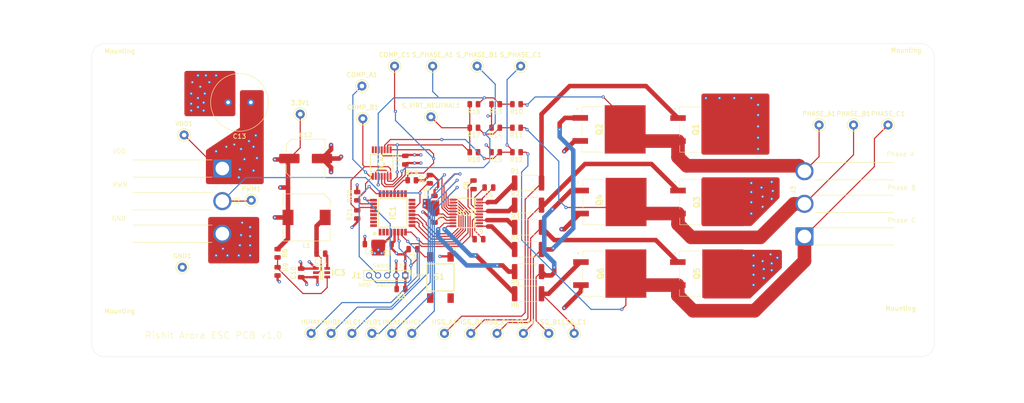
<source format=kicad_pcb>
(kicad_pcb (version 20240108) (generator "pcbnew") (generator_version "8.0")
  (layers (0 "F.Cu" signal) (1 "In1.Cu" power "GND.cu") (2 "In2.Cu" power "POWER.cu") (31 "B.Cu" signal) (34 "B.Paste" user) (35 "F.Paste" user) (36 "B.SilkS" user "B.Silkscreen") (37 "F.SilkS" user "F.Silkscreen") (38 "B.Mask" user) (39 "F.Mask" user) (44 "Edge.Cuts" user))
  (net 0 "")
  (net 1 "GND")
  (net 2 "NRST")
  (net 3 "3.3V")
  (net 4 "Net-(IC2-BSTA)")
  (net 5 "Net-(IC2-SHA)")
  (net 6 "VDD")
  (net 7 "Net-(IC2-SHB)")
  (net 8 "Net-(IC2-BSTB)")
  (net 9 "Net-(IC2-SHC)")
  (net 10 "Net-(IC2-BSTC)")
  (net 11 "Net-(IC3-SW)")
  (net 12 "Net-(IC3-BOOT)")
  (net 14 "INLB")
  (net 15 "SWCLK")
  (net 18 "INHA")
  (net 19 "COMP_B")
  (net 21 "COMP_A")
  (net 22 "INLC")
  (net 23 "PWM")
  (net 24 "SWDIO")
  (net 28 "INHC")
  (net 31 "INHB")
  (net 33 "INLA")
  (net 41 "COMP_C")
  (net 42 "Net-(IC2-GHC)")
  (net 43 "Net-(IC2-GLB)")
  (net 44 "Net-(IC2-GHA)")
  (net 45 "Net-(IC2-GLC)")
  (net 46 "Net-(IC2-GLA)")
  (net 47 "Net-(IC2-GHB)")
  (net 49 "Net-(IC3-FB)")
  (net 50 "S_VIRT_NEUTRAL")
  (net 52 "S_PHASE_A")
  (net 55 "S_PHASE_B")
  (net 56 "S_PHASE_C")
  (net 57 "PHASE_B")
  (net 58 "PHASE_C")
  (net 59 "PHASE_A")
  (net 60 "HSG_A")
  (net 61 "LSG_A")
  (net 62 "HSG_B")
  (net 63 "LSG_B")
  (net 64 "HSG_C")
  (net 65 "LSG_C")
  (footprint "TestPoint:TestPoint_Keystone_5000-5004_Miniature" (layer "F.Cu") (at 154 129.2)
    (property "Reference" "LSG_A1")
    (property "Value" "LSG_A")
  )
  (footprint "Resistor_SMD:R_0805_2012Metric" (layer "F.Cu") (at 152.4875 83.8 180)
    (property "Reference" "R11")
    (property "Value" "22k")
  )
  (footprint "TestPoint:TestPoint_Keystone_5000-5004_Miniature" (layer "F.Cu") (at 120.6 129.2)
    (property "Reference" "INLB1")
    (property "Value" "INLB")
  )
  (footprint "SamacSys_Parts:QFP80P900X900X160-32N" (layer "F.Cu") (at 125.2 102.6 90)
    (property "Reference" "IC1")
    (property "Value" "STM32C071KBT6" (hide yes))
  )
  (footprint "TestPoint:TestPoint_Keystone_5000-5004_Miniature" (layer "F.Cu") (at 129.4 129.2)
    (property "Reference" "INHC1")
    (property "Value" "INHC")
  )
  (footprint "SamacSys_Parts:SUM60020EGE3" (layer "F.Cu") (at 171.491 84.168 -90)
    (property "Reference" "Q2")
    (property "Value" "SUM60020E-GE3" (hide yes))
  )
  (footprint "Capacitor_SMD:C_Elec_8x10.2" (layer "F.Cu") (at 106 90.6)
    (property "Reference" "C12")
    (property "Value" "47u")
  )
  (footprint "TestPoint:TestPoint_Keystone_5000-5004_Miniature" (layer "F.Cu") (at 159.6 129.2)
    (property "Reference" "LSG_B1")
    (property "Value" "LSG_B")
  )
  (footprint "Capacitor_SMD:C_0805_2012Metric" (layer "F.Cu") (at 134.4 103.8 -90)
    (property "Reference" "C7")
    (property "Value" "1u")
  )
  (footprint "Capacitor_SMD:C_0805_2012Metric" (layer "F.Cu") (at 105 115.85 90)
    (property "Reference" "C10")
    (property "Value" "10u")
  )
  (footprint "TestPoint:TestPoint_Keystone_5000-5004_Miniature" (layer "F.Cu") (at 116.2 129.2)
    (property "Reference" "INLC1")
    (property "Value" "INLC")
  )
  (footprint "TestPoint:TestPoint_Keystone_5000-5004_Miniature" (layer "F.Cu") (at 133.6 81.4)
    (property "Reference" "S_VIRT_NEUTRAL1")
    (property "Value" "S_VIRT_NEUTRAL")
  )
  (footprint "Resistor_SMD:R_0805_2012Metric" (layer "F.Cu") (at 99.8 111.5125 -90)
    (property "Reference" "R8")
    (property "Value" "100k")
  )
  (footprint "TestPoint:TestPoint_Keystone_5000-5004_Miniature" (layer "F.Cu") (at 136.6 129.2)
    (property "Reference" "HSG_A1")
    (property "Value" "HSG_A")
  )
  (footprint "TestPoint:TestPoint_Keystone_5000-5004_Miniature" (layer "F.Cu") (at 94 99.8)
    (property "Reference" "PWM1")
    (property "Value" "PWM")
  )
  (footprint "Capacitor_SMD:C_0805_2012Metric" (layer "F.Cu") (at 120 109.5 180)
    (property "Reference" "C6")
    (property "Value" "4.7u")
  )
  (footprint "TestPoint:TestPoint_Keystone_5000-5004_Miniature" (layer "F.Cu") (at 142.4 129.2)
    (property "Reference" "HSG_B1")
    (property "Value" "HSG_B")
  )
  (footprint "Resistor_SMD:R_0805_2012Metric" (layer "F.Cu") (at 129.4 95.4)
    (property "Reference" "R19")
    (property "Value" "10k")
  )
  (footprint "Resistor_SMD:R_2512_6332Metric" (layer "F.Cu") (at 155.0375 96)
    (property "Reference" "R1")
    (property "Value" "15")
  )
  (footprint "Connector_Wire:SolderWire-2.5sqmm_1x03_P7.2mm_D2.4mm_OD3.6mm_Relief" (layer "F.Cu") (at 215.975 107.8 90)
    (property "Reference" "J3")
    (property "Value" "MOTOR_OUTPUT")
  )
  (footprint "SamacSys_Parts:SUM60020EGE3" (layer "F.Cu") (at 193.003 116 -90)
    (property "Reference" "Q5")
    (property "Value" "SUM60020E-GE3" (hide yes))
  )
  (footprint "Connector_Wire:SolderWire-2.5sqmm_1x03_P7.2mm_D2.4mm_OD3.6mm_Relief" (layer "F.Cu") (at 87.625 92.8 -90)
    (property "Reference" "J2")
    (property "Value" "PWR_PWM_INPUT")
  )
  (footprint "Resistor_SMD:R_0805_2012Metric" (layer "F.Cu") (at 143.0875 78.6 180)
    (property "Reference" "R16")
    (property "Value" "22k")
  )
  (footprint "Capacitor_SMD:C_0805_2012Metric" (layer "F.Cu") (at 127.9625 90.95 90)
    (property "Reference" "C14")
    (property "Value" "0.1u")
  )
  (footprint "Resistor_SMD:R_2512_6332Metric" (layer "F.Cu") (at 155.0375 120.45 180)
    (property "Reference" "R6")
    (property "Value" "15")
  )
  (footprint "TestPoint:TestPoint_Keystone_5000-5004_Miniature" (layer "F.Cu") (at 107.2 129.2)
    (property "Reference" "INHA1")
    (property "Value" "INHA")
  )
  (footprint "Resistor_SMD:R_0805_2012Metric" (layer "F.Cu") (at 143.0875 83.8 180)
    (property "Reference" "R17")
    (property "Value" "22k")
  )
  (footprint "TestPoint:TestPoint_Keystone_5000-5004_Miniature" (layer "F.Cu") (at 153.4 70.2)
    (property "Reference" "S_PHASE_C1")
    (property "Value" "S_PHASE_C")
  )
  (footprint "MountingHole:MountingHole_3.5mm" (layer "F.Cu") (at 65 71.4)
    (property "Reference" "Mounting")
    (property "Value" "MountingHole_3.5mm")
  )
  (footprint "TestPoint:TestPoint_Keystone_5000-5004_Miniature" (layer "F.Cu") (at 134 70.2)
    (property "Reference" "S_PHASE_A1")
    (property "Value" "S_PHASE_A")
  )
  (footprint "TestPoint:TestPoint_Keystone_5000-5004_Miniature" (layer "F.Cu") (at 78.8 114.6)
    (property "Reference" "GND1")
    (property "Value" "GND")
  )
  (footprint "Resistor_SMD:R_2512_6332Metric" (layer "F.Cu") (at 155.0375 100.89)
    (property "Reference" "R2")
    (property "Value" "15")
  )
  (footprint "Inductor_SMD:L_Wuerth_WE-PDF" (layer "F.Cu") (at 106.2 103.6 180)
    (property "Reference" "L1")
    (property "Value" "9.1u")
  )
  (footprint "TestPoint:TestPoint_Keystone_5000-5004_Miniature" (layer "F.Cu") (at 125.6 70.2)
    (property "Reference" "COMP_C1")
    (property "Value" "COMP_C")
  )
  (footprint "SamacSys_Parts:SOP65P640X120-14N" (layer "F.Cu") (at 122.7625 91.6 90)
    (property "Reference" "IC4")
    (property "Value" "TLV7034QPWRQ1" (hide yes))
  )
  (footprint "TestPoint:TestPoint_Keystone_5000-5004_Miniature" (layer "F.Cu") (at 104.8 80.8)
    (property "Reference" "3.3V1")
    (property "Value" "3.3V")
  )
  (footprint "Resistor_SMD:R_0805_2012Metric" (layer "F.Cu") (at 147.8875 78.6 180)
    (property "Reference" "R13")
    (property "Value" "3.3k")
  )
  (footprint "Resistor_SMD:R_2512_6332Metric" (layer "F.Cu") (at 155.0375 115.56 180)
    (property "Reference" "R5")
    (property "Value" "15")
  )
  (footprint "Resistor_SMD:R_0805_2012Metric" (layer "F.Cu") (at 133.3625 95.1625 90)
    (property "Reference" "R7")
    (property "Value" "10k")
  )
  (footprint "Resistor_SMD:R_0805_2012Metric" (layer "F.Cu") (at 143.0875 89.2 180)
    (property "Reference" "R18")
    (property "Value" "22k")
  )
  (footprint "SamacSys_Parts:SUM60020EGE3" (layer "F.Cu") (at 171.647 116 -90)
    (property "Reference" "Q6")
    (property "Value" "SUM60020E-GE3" (hide yes))
  )
  (footprint "TestPoint:TestPoint_Keystone_5000-5004_Miniature" (layer "F.Cu") (at 226.8 83.2)
    (property "Reference" "PHASE_B1")
    (property "Value" "PHASE_B")
  )
  (footprint "SamacSys_Parts:SUM60020EGE3" (layer "F.Cu") (at 193.047 84.2 -90)
    (property "Reference" "Q1")
    (property "Value" "SUM60020E-GE3" (hide yes))
  )
  (footprint "MountingHole:MountingHole_3.5mm" (layer "F.Cu") (at 237.2 128.2)
    (property "Reference" "Mounting")
    (property "Value" "MountingHole_3.5mm")
  )
  (footprint "Resistor_SMD:R_2512_6332Metric" (layer "F.Cu") (at 155.0375 105.78)
    (property "Reference" "R3")
    (property "Value" "15")
  )
  (footprint "SamacSys_Parts:SOT95P280X110-6N" (layer "F.Cu") (at 109.5 115.8)
    (property "Reference" "IC3")
    (property "Value" "TPS54308DDCT" (hide yes))
  )
  (footprint "Capacitor_SMD:C_0805_2012Metric" (layer "F.Cu") (at 127.0125 119.4 180)
    (property "Reference" "C3")
    (property "Value" "0.1u")
  )
  (footprint "TestPoint:TestPoint_Keystone_5000-5004_Miniature" (layer "F.Cu") (at 111.6 129.2)
    (property "Reference" "INHB1")
    (property "Value" "INHB")
  )
  (footprint "SamacSys_Parts:HDRV5W50P0X200_1X5_1000X200X525P" (layer "F.Cu") (at 127.9625 116.4)
    (property "Reference" "J1")
    (property "Value" "STLINK_INTERFACE" (hide yes))
  )
  (footprint "TestPoint:TestPoint_Keystone_5000-5004_Miniature" (layer "F.Cu") (at 234.4 83.2)
    (property "Reference" "PHASE_C1")
    (property "Value" "PHASE_C")
  )
  (footprint "Capacitor_SMD:C_0805_2012Metric" (layer "F.Cu") (at 124 109.5)
    (property "Reference" "C2")
    (property "Value" "0.1u")
  )
  (footprint "Capacitor_SMD:C_0805_2012Metric" (layer "F.Cu") (at 129.65 110.6 180)
    (property "Reference" "C1")
    (property "Value" "0.1u")
  )
  (footprint "Capacitor_SMD:C_0805_2012Metric" (layer "F.Cu") (at 144.2 108.4)
    (property "Reference" "C9")
    (property "Value" "0.1u")
  )
  (footprint "TestPoint:TestPoint_Keystone_5000-5004_Miniature" (layer "F.Cu") (at 118.6 81.8)
    (property "Reference" "COMP_B1")
    (property "Value" "COMP_B")
  )
  (footprint "SamacSys_Parts:SUM60020EGE3" (layer "F.Cu") (at 193.047 100.2 -90)
    (property "Reference" "Q3")
    (property "Value" "SUM60020E-GE3" (hide yes))
  )
  (footprint "Resistor_SMD:R_0805_2012Metric" (layer "F.Cu") (at 152.4875 89.2 180)
    (property "Reference" "R12")
    (property "Value" "22k")
  )
  (footprint "Resistor_SMD:R_0805_2012Metric" (layer "F.Cu") (at 147.8875 83.8 180)
    (property "Reference" "R14")
    (property "Value" "3.3k")
  )
  (footprint "SamacSys_Parts:SUM60020EGE3" (layer "F.Cu") (at 171.691 100.2 -90)
    (property "Reference" "Q4")
    (property "Value" "SUM60020E-GE3" (hide yes))
  )
  (footprint "Capacitor_THT:C_Radial_D12.5mm_H25.0mm_P5.00mm" (layer "F.Cu") (at 93.9 78.2 180)
    (property "Reference" "C13")
    (property "Value" "470u")
  )
  (footprint "MountingHole:MountingHole_3.5mm" (layer "F.Cu") (at 65 128.8)
    (property "Reference" "Mounting")
    (property "Value" "MountingHole_3.5mm")
  )
  (footprint "TestPoint:TestPoint_Keystone_5000-5004_Miniature" (layer "F.Cu") (at 79.2 85.4)
    (property "Reference" "VDD1")
    (property "Value" "VDD")
  )
  (footprint "SamacSys_Parts:SOP65P640X120-20N" (layer "F.Cu") (at 141.4 102.6)
    (property "Reference" "IC2")
    (property "Value" "DRV8300DPWR" (hide yes))
  )
  (footprint "TestPoint:TestPoint_Keystone_5000-5004_Miniature" (layer "F.Cu") (at 125 129.2)
    (property "Reference" "INLA1")
    (property "Value" "INLA")
  )
  (footprint "Capacitor_SMD:C_0805_2012Metric" (layer "F.Cu") (at 134.4 99.8 90)
    (property "Reference" "C5")
    (property "Value" "0.1u")
  )
  (footprint "Resistor_SMD:R_0805_2012Metric" (layer "F.Cu") (at 152.4875 78.6 180)
    (property "Reference" "R10")
    (property "Value" "22k")
  )
  (footprint "Resistor_SMD:R_0805_2012Metric" (layer "F.Cu") (at 147.8875 89.2 180)
    (property "Reference" "R15")
    (property "Value" "3.3k")
  )
  (footprint "Resistor_SMD:R_0805_2012Metric" (layer "F.Cu") (at 117.3625 98.9125 90)
    (property "Reference" "R20")
    (property "Value" "10k")
  )
  (footprint "MountingHole:MountingHole_3.5mm" (layer "F.Cu") (at 238.4 71.2)
    (property "Reference" "Mounting")
    (property "Value" "MountingHole_3.5mm")
  )
  (footprint "SamacSys_Parts:FSM4JSMATR" (layer "F.Cu") (at 135.7095 116.8605)
    (property "Reference" "S1")
    (property "Value" "RESET_SWITCH" (hide yes))
  )
  (footprint "TestPoint:TestPoint_Keystone_5000-5004_Miniature" (layer "F.Cu") (at 148.2 129.2)
    (property "Reference" "HSG_C1")
    (property "Value" "HSG_C")
  )
  (footprint "Resistor_SMD:R_2512_6332Metric" (layer "F.Cu") (at 155.0375 110.67)
    (property "Reference" "R4")
    (property "Value" "15")
  )
  (footprint "TestPoint:TestPoint_Keystone_5000-5004_Miniature" (layer "F.Cu") (at 118.4 74.6)
    (property "Reference" "COMP_A1")
    (property "Value" "COMP_A")
  )
  (footprint "Capacitor_SMD:C_0805_2012Metric" (layer "F.Cu") (at 146.4 97 180)
    (property "Reference" "C4")
    (property "Value" "0.1u")
  )
  (footprint "Capacitor_SMD:C_0805_2012Metric" (layer "F.Cu") (at 109.35 111.6 180)
    (property "Reference" "C11")
    (property "Value" "0.1u")
  )
  (footprint "Capacitor_SMD:C_0805_2012Metric" (layer "F.Cu") (at 143 96.4 90)
    (property "Reference" "C8")
    (property "Value" "0.1u")
  )
  (footprint "Resistor_SMD:R_0805_2012Metric" (layer "F.Cu") (at 99.8 115.5125 -90)
    (property "Reference" "R9")
    (property "Value" "22k")
  )
  (footprint "TestPoint:TestPoint_Keystone_5000-5004_Miniature" (layer "F.Cu") (at 143.8 70.2)
    (property "Reference" "S_PHASE_B1")
    (property "Value" "S_PHASE_B")
  )
  (footprint "TestPoint:TestPoint_Keystone_5000-5004_Miniature" (layer "F.Cu") (at 219.2 83.2)
    (property "Reference" "PHASE_A1")
    (property "Value" "PHASE_A")
  )
  (footprint "Resistor_SMD:R_0805_2012Metric" (layer "F.Cu") (at 117.3625 102.9375 90)
    (property "Reference" "R21")
    (property "Value" "10k")
  )
  (footprint "TestPoint:TestPoint_Keystone_5000-5004_Miniature" (layer "F.Cu") (at 165.2 129.2)
    (property "Reference" "LSG_C1")
    (property "Value" "LSG_C")
  )
  (gr_line (start 58.8 131.4) (end 58.8 68.2) (stroke (width 0.05)) (layer "Edge.Cuts"))
  (gr_arc (start 244.6 131.4) (mid 243.72132 133.52132) (end 241.6 134.4) (stroke (width 0.05)) (layer "Edge.Cuts"))
  (gr_arc (start 58.8 68.2) (mid 59.67868 66.07868) (end 61.8 65.2) (stroke (width 0.05)) (layer "Edge.Cuts"))
  (gr_arc (start 61.8 134.4) (mid 59.67868 133.52132) (end 58.8 131.4) (stroke (width 0.05)) (layer "Edge.Cuts"))
  (gr_arc (start 241.6 65.2) (mid 243.72132 66.07868) (end 244.6 68.2) (stroke (width 0.05)) (layer "Edge.Cuts"))
  (gr_line (start 244.6 68.2) (end 244.6 131.4) (stroke (width 0.05)) (layer "Edge.Cuts"))
  (gr_line (start 241.6 134.4) (end 61.8 134.4) (stroke (width 0.05)) (layer "Edge.Cuts"))
  (gr_line (start 61.8 65.2) (end 241.6 65.2) (stroke (width 0.05)) (layer "Edge.Cuts"))
  (gr_text "VDD" (at 63.4 89.6 0) (layer "F.SilkS") (effects (font (size 1 1) (thickness 0.1)) (justify left bottom)))
  (gr_text "PWM" (at 63.4 97 0) (layer "F.SilkS") (effects (font (size 1 1) (thickness 0.1)) (justify left bottom)))
  (gr_text "SWDIO" (at 120.75 114.75 0) (layer "F.SilkS") (effects (font (size 0.8 0.8) (thickness 0.1)) (justify left bottom)))
  (gr_text "GND" (at 129.5 117 0) (layer "F.SilkS") (effects (font (size 0.8 0.8) (thickness 0.1)) (justify left bottom)))
  (gr_text "NRST" (at 117.5 119 0) (layer "F.SilkS") (effects (font (size 0.8 0.8) (thickness 0.1)) (justify left bottom)))
  (gr_text "3.3V" (at 125.25 114.75 0) (layer "F.SilkS") (effects (font (size 0.8 0.8) (thickness 0.1)) (justify left bottom)))
  (gr_text "Phase A" (at 234 90.2 0) (layer "F.SilkS") (effects (font (size 1 1) (thickness 0.1)) (justify left bottom)))
  (gr_text "SWCLK" (at 121.5 119 0) (layer "F.SilkS") (effects (font (size 0.8 0.8) (thickness 0.1)) (justify left bottom)))
  (gr_text "GND" (at 63.2 104.4 0) (layer "F.SilkS") (effects (font (size 1 1) (thickness 0.1)) (justify left bottom)))
  (gr_text "Rishit Arora ESC PCB v1.0" (at 70.5 130.5 0) (layer "F.SilkS") (effects (font (size 1.5 1.5) (thickness 0.1)) (justify left bottom)))
  (gr_text "Phase C" (at 234.2 104.8 0) (layer "F.SilkS") (effects (font (size 1 1) (thickness 0.1)) (justify left bottom)))
  (gr_text "Phase B" (at 234.2 97.6 0) (layer "F.SilkS") (effects (font (size 1 1) (thickness 0.1)) (justify left bottom)))
  (segment (start 105 114.9) (end 105 113.6) (width 0.5) (layer "F.Cu") (net 1))
  (segment (start 108.2 114.9) (end 108.25 114.85) (width 0.5) (layer "F.Cu") (net 1))
  (segment (start 127.9625 90) (end 123.113 90) (width 0.25) (layer "F.Cu") (net 1))
  (segment (start 111.6 88.6) (end 109.6 90.6) (width 1) (layer "F.Cu") (net 1))
  (segment (start 105 113.6) (end 104.8 113.4) (width 0.5) (layer "F.Cu") (net 1))
  (segment (start 135.6 112.2) (end 137.849 112.2) (width 0.5) (layer "F.Cu") (net 1))
  (segment (start 119.05 109.5) (end 119.05 107.8) (width 0.5) (layer "F.Cu") (net 1))
  (segment (start 135.2 96.85) (end 134.825 97.225) (width 0.5) (layer "F.Cu") (net 1))
  (segment (start 166.694 118.54) (end 166.694 119.906) (width 1) (layer "F.Cu") (net 1))
  (segment (start 135.55 103.6) (end 134.4 104.75) (width 0.25) (layer "F.Cu") (net 1))
  (segment (start 146.975 81.2) (end 146.975 83.8) (width 0.25) (layer "F.Cu") (net 1))
  (segment (start 127.9625 111.3375) (end 127.9625 113.25) (width 0.5) (layer "F.Cu") (net 1))
  (segment (start 137.025 104.225) (end 136.4 103.6) (width 0.25) (layer "F.Cu") (net 1))
  (segment (start 105 114.9) (end 108.2 114.9) (width 0.5) (layer "F.Cu") (net 1))
  (segment (start 127.55 111.75) (end 128.7 110.6) (width 0.5) (layer "F.Cu") (net 1))
  (segment (start 122.7625 89.6495) (end 122.7625 88.662) (width 0.25) (layer "F.Cu") (net 1))
  (segment (start 126 111.5) (end 126.25 111.75) (width 0.5) (layer "F.Cu") (net 1))
  (segment (start 130.3125 95.4) (end 132.2125 95.4) (width 0.5) (layer "F.Cu") (net 1))
  (segment (start 166.46 102.74) (end 163 106.2) (width 1) (layer "F.Cu") (net 1))
  (segment (start 134.4 97.65) (end 134.825 97.225) (width 0.5) (layer "F.Cu") (net 1))
  (segment (start 137.849 112.2) (end 137.9595 112.3105) (width 0.5) (layer "F.Cu") (net 1))
  (segment (start 111.6 92.6) (end 109.6 90.6) (width 1) (layer "F.Cu") (net 1))
  (segment (start 128.7 110.6) (end 127.9625 111.3375) (width 0.5) (layer "F.Cu") (net 1))
  (segment (start 166.538 86.708) (end 165.292 86.708) (width 1) (layer "F.Cu") (net 1))
  (segment (start 166.694 119.906) (end 163 123.6) (width 1) (layer "F.Cu") (net 1))
  (segment (start 111.6 87.6) (end 111.6 88.6) (width 1) (layer "F.Cu") (net 1))
  (segment (start 165.292 86.708) (end 163 89) (width 1) (layer "F.Cu") (net 1))
  (segment (start 130 89.8) (end 128.1625 89.8) (width 0.5) (layer "F.Cu") (net 1))
  (segment (start 123.113 90) (end 122.7625 89.6495) (width 0.25) (layer "F.Cu") (net 1))
  (segment (start 146.975 89.2) (end 146.975 88.775) (width 0.25) (layer "F.Cu") (net 1))
  (segment (start 128.1625 90.2) (end 127.9625 90) (width 0.5) (layer "F.Cu") (net 1))
  (segment (start 125.6 106.838) (end 125.6 108.85) (width 0.5) (layer "F.Cu") (net 1))
  (segment (start 127.9625 113.25) (end 127.9625 116.4) (width 0.5) (layer "F.Cu") (net 1))
  (segment (start 163 106.2) (end 162.4 106.2) (width 1) (layer "F.Cu") (net 1))
  (segment (start 117.3625 103.85) (end 117.3625 104.6375) (width 0.5) (layer "F.Cu") (net 1))
  (segment (start 117.3625 104.6375) (end 116.2 105.8) (width 0.5) (layer "F.Cu") (net 1))
  (segment (start 109.6 90.6) (end 113.4 90.6) (width 1) (layer "F.Cu") (net 1))
  (segment (start 134.4 104.75) (end 132.05 102.4) (width 0.5) (layer "F.Cu") (net 1))
  (segment (start 131.4 89.8) (end 130 89.8) (width 0.5) (layer "F.Cu") (net 1))
  (segment (start 132.2125 95.4) (end 133.3625 94.25) (width 0.5) (layer "F.Cu") (net 1))
  (segment (start 133.3625 94.25) (end 134.05 94.25) (width 0.5) (layer "F.Cu") (net 1))
  (segment (start 135.2 95.4) (end 135.2 96.85) (width 0.5) (layer "F.Cu") (net 1))
  (segment (start 136.4 103.6) (end 135.55 103.6) (width 0.25) (layer "F.Cu") (net 1))
  (segment (start 146.975 81.2) (end 146.2 81.2) (width 0.25) (layer "F.Cu") (net 1))
  (segment (start 113.4 90.6) (end 113.8 90.2) (width 1) (layer "F.Cu") (net 1))
  (segment (start 126.25 111.75) (end 127.55 111.75) (width 0.5) (layer "F.Cu") (net 1))
  (segment (start 99.8 117.4) (end 100.2 117.8) (width 0.5) (layer "F.Cu") (net 1))
  (segment (start 127.9625 119.4) (end 127.9625 116.4) (width 0.5) (layer "F.Cu") (net 1))
  (segment (start 146.975 88.775) (end 145.8 87.6) (width 0.25) (layer "F.Cu") (net 1))
  (segment (start 124.95 110.45) (end 126 111.5) (width 0.5) (layer "F.Cu") (net 1))
  (segment (start 134.05 94.25) (end 135.2 95.4) (width 0.5) (layer "F.Cu") (net 1))
  (segment (start 106.8 113.4) (end 108.25 114.85) (width 0.5) (layer "F.Cu") (net 1))
  (segment (start 134.4 98.85) (end 134.4 97.65) (width 0.5) (layer "F.Cu") (net 1))
  (segment (start 125.6 108.85) (end 124.95 109.5) (width 0.5) (layer "F.Cu") (net 1))
  (segment (start 124.95 109.5) (end 124.95 110.45) (width 0.5) (layer "F.Cu") (net 1))
  (segment (start 117.3625 96.4375) (end 117.3625 98) (width 0.5) (layer "F.Cu") (net 1))
  (segment (start 166.738 102.74) (end 166.46 102.74) (width 1) (layer "F.Cu") (net 1))
  (segment (start 99.8 116.425) (end 99.8 117.4) (width 0.5) (layer "F.Cu") (net 1))
  (segment (start 132.05 102.4) (end 131.8 102.4) (width 0.5) (layer "F.Cu") (net 1))
  (segment (start 146.975 78.6) (end 146.975 81.2) (width 0.25) (layer "F.Cu") (net 1))
  (segment (start 128.1625 89.8) (end 127.9625 90) (width 0.5) (layer "F.Cu") (net 1))
  (segment (start 138.462 104.225) (end 137.025 104.225) (width 0.25) (layer "F.Cu") (net 1))
  (segment (start 111.6 93.6) (end 111.6 92.6) (width 1) (layer "F.Cu") (net 1))
  (via (at 80.75 76.25) (size 0.7) (drill 0.3) (layers "F.Cu" "B.Cu") (net 1))
  (via (at 92 104.75) (size 0.7) (drill 0.3) (layers "F.Cu" "B.Cu") (net 1))
  (via (at 111.6 93.6) (size 0.7) (drill 0.3) (layers "F.Cu" "B.Cu") (net 1))
  (via (at 106.8 113.4) (size 0.7) (drill 0.3) (layers "F.Cu" "B.Cu") (net 1))
  (via (at 80.75 80) (size 0.7) (drill 0.3) (layers "F.Cu" "B.Cu") (net 1))
  (via (at 93.75 107.75) (size 0.7) (drill 0.3) (layers "F.Cu" "B.Cu") (net 1))
  (via (at 82.75 74.75) (size 0.7) (drill 0.3) (layers "F.Cu" "B.Cu") (net 1))
  (via (at 83.5 80) (size 0.7) (drill 0.3) (layers "F.Cu" "B.Cu") (net 1))
  (via (at 84 72.25) (size 0.7) (drill 0.3) (layers "F.Cu" "B.Cu") (net 1))
  (via (at 86.25 112) (size 0.7) (drill 0.3) (layers "F.Cu" "B.Cu") (net 1))
  (via (at 145.8 87.6) (size 0.7) (drill 0.3) (layers "F.Cu" "B.Cu") (net 1))
  (via (at 86.25 72.25) (size 0.7) (drill 0.3) (layers "F.Cu" "B.Cu") (net 1))
  (via (at 87.75 110.5) (size 0.7) (drill 0.3) (layers "F.Cu" "B.Cu") (net 1))
  (via (at 91.25 112) (size 0.7) (drill 0.3) (layers "F.Cu" "B.Cu") (net 1))
  (via (at 81 73.75) (size 0.7) (drill 0.3) (layers "F.Cu" "B.Cu") (net 1))
  (via (at 82.25 79.25) (size 0.7) (drill 0.3) (layers "F.Cu" "B.Cu") (net 1))
  (via (at 113.8 90.2) (size 0.7) (drill 0.3) (layers "F.Cu" "B.Cu") (net 1))
  (via (at 162.4 106.2) (size 0.7) (drill 0.3) (layers "F.Cu" "B.Cu") (net 1))
  (via (at 91.75 107.5) (size 0.7) (drill 0.3) (layers "F.Cu" "B.Cu") (net 1))
  (via (at 88.75 112) (size 0.7) (drill 0.3) (layers "F.Cu" "B.Cu") (net 1))
  (via (at 83.5 78.25) (size 0.7) (drill 0.3) (layers "F.Cu" "B.Cu") (net 1))
  (via (at 131.4 89.8) (size 0.7) (drill 0.3) (layers "F.Cu" "B.Cu") (net 1))
  (via (at 146.2 81.2) (size 0.7) (drill 0.3) (layers "F.Cu" "B.Cu") (net 1))
  (via (at 93.75 105.75) (size 0.7) (drill 0.3) (layers "F.Cu" "B.Cu") (net 1))
  (via (at 163 123.6) (size 0.7) (drill 0.3) (layers "F.Cu" "B.Cu") (net 1))
  (via (at 117.3625 96.4375) (size 0.7) (drill 0.3) (layers "F.Cu" "B.Cu") (net 1))
  (via (at 130 89.8) (size 0.7) (drill 0.3) (layers "F.Cu" "B.Cu") (net 1))
  (via (at 91.5 109.75) (size 0.7) (drill 0.3) (layers "F.Cu" "B.Cu") (net 1))
  (via (at 104.8 113.4) (size 0.7) (drill 0.3) (layers "F.Cu" "B.Cu") (net 1))
  (via (at 100.2 117.8) (size 0.7) (drill 0.3) (layers "F.Cu" "B.Cu") (net 1))
  (via (at 116.2 105.8) (size 0.7) (drill 0.3) (layers "F.Cu" "B.Cu") (net 1))
  (via (at 84.75 73.75) (size 0.7) (drill 0.3) (layers "F.Cu" "B.Cu") (net 1))
  (via (at 93.75 112) (size 0.7) (drill 0.3) (layers "F.Cu" "B.Cu") (net 1))
  (via (at 127.9625 113.25) (size 0.7) (drill 0.3) (layers "F.Cu" "B.Cu") (net 1))
  (via (at 83.75 76.25) (size 0.7) (drill 0.3) (layers "F.Cu" "B.Cu") (net 1))
  (via (at 163 89) (size 0.7) (drill 0.3) (layers "F.Cu" "B.Cu") (net 1))
  (via (at 135.6 112.2) (size 0.7) (drill 0.3) (layers "F.Cu" "B.Cu") (net 1))
  (via (at 93.75 109.75) (size 0.7) (drill 0.3) (layers "F.Cu" "B.Cu") (net 1))
  (via (at 119.05 107.8) (size 0.7) (drill 0.3) (layers "F.Cu" "B.Cu") (net 1))
  (via (at 82.25 77.25) (size 0.7) (drill 0.3) (layers "F.Cu" "B.Cu") (net 1))
  (via (at 126 111.5) (size 0.7) (drill 0.3) (layers "F.Cu" "B.Cu") (net 1))
  (via (at 111.6 87.6) (size 0.7) (drill 0.3) (layers "F.Cu" "B.Cu") (net 1))
  (via (at 80.75 78.5) (size 0.7) (drill 0.3) (layers "F.Cu" "B.Cu") (net 1))
  (via (at 134.825 97.225) (size 0.7) (drill 0.3) (layers "F.Cu" "B.Cu") (net 1))
  (via (at 82.25 72.25) (size 0.7) (drill 0.3) (layers "F.Cu" "B.Cu") (net 1))
  (via (at 131.8 102.4) (size 0.7) (drill 0.3) (layers "F.Cu" "B.Cu") (net 1))
  (segment (start 129.2 114.2) (end 130.6 112.8) (width 0.25) (layer "F.Cu") (net 2))
  (segment (start 126.4 106.838) (end 126.4 108.6) (width 0.25) (layer "F.Cu") (net 2))
  (segment (start 133.4595 112.3105) (end 132.3105 112.3105) (width 0.25) (layer "F.Cu") (net 2))
  (segment (start 132.3105 112.3105) (end 130.6 110.6) (width 0.25) (layer "F.Cu") (net 2))
  (segment (start 130.6 112.8) (end 130.6 110.6) (width 0.25) (layer "F.Cu") (net 2))
  (segment (start 126.4 108.6) (end 126.6 108.8) (width 0.25) (layer "F.Cu") (net 2))
  (via (at 126.6 108.8) (size 0.7) (drill 0.3) (layers "F.Cu" "B.Cu") (net 2))
  (via (at 129.2 114.2) (size 0.7) (drill 0.3) (layers "F.Cu" "B.Cu") (net 2))
  (segment (start 121.5625 118) (end 128.563604 118) (width 0.25) (layer "B.Cu") (net 2))
  (segment (start 128.563604 118) (end 129.2 117.363604) (width 0.25) (layer "B.Cu") (net 2))
  (segment (start 129.2 114.2) (end 129.2 113) (width 0.25) (layer "B.Cu") (net 2))
  (segment (start 129.2 113) (end 126.6 110.4) (width 0.25) (layer "B.Cu") (net 2))
  (segment (start 126.6 110.4) (end 126.6 108.8) (width 0.25) (layer "B.Cu") (net 2))
  (segment (start 119.9625 116.4) (end 121.5625 118) (width 0.25) (layer "B.Cu") (net 2))
  (segment (start 129.2 117.363604) (end 129.2 114.2) (width 0.25) (layer "B.Cu") (net 2))
  (segment (start 122.7625 96.1625) (end 122.7625 94.538) (width 0.25) (layer "F.Cu") (net 3))
  (segment (start 104.8 80.8) (end 104.8 88.2) (width 0.25) (layer "F.Cu") (net 3))
  (segment (start 102.1 97.2) (end 102.1 90.9) (width 1) (layer "F.Cu") (net 3))
  (segment (start 125.9625 113.2375) (end 125.9625 116.4) (width 0.5) (layer "F.Cu") (net 3))
  (segment (start 104.8 88.2) (end 102.4 90.6) (width 0.25) (layer "F.Cu") (net 3))
  (segment (start 100.4 97) (end 101.9 97) (width 1) (layer "F.Cu") (net 3))
  (segment (start 128.2625 91.6) (end 127.9625 91.9) (width 0.5) (layer "F.Cu") (net 3))
  (segment (start 99.2 90.8) (end 102.2 90.8) (width 1) (layer "F.Cu") (net 3))
  (segment (start 126.0625 116.5) (end 125.9625 116.4) (width 0.5) (layer "F.Cu") (net 3))
  (segment (start 102.2 90.8) (end 102.4 90.6) (width 1) (layer "F.Cu") (net 3))
  (segment (start 124.8 106.838) (end 124.8 107.75) (width 0.5) (layer "F.Cu") (net 3))
  (segment (start 101.9 97) (end 102.1 97.2) (width 1) (layer "F.Cu") (net 3))
  (segment (start 130 91.6) (end 128.2625 91.6) (width 0.5) (layer "F.Cu") (net 3))
  (segment (start 126.0625 119.4) (end 126.0625 116.5) (width 0.5) (layer "F.Cu") (net 3))
  (segment (start 124.8 107.75) (end 123.05 109.5) (width 0.5) (layer "F.Cu") (net 3))
  (segment (start 102.1 90.9) (end 102.4 90.6) (width 0.5) (layer "F.Cu") (net 3))
  (segment (start 125.4 96.8) (end 123.4 96.8) (width 0.25) (layer "F.Cu") (net 3))
  (segment (start 127.9625 94.2375) (end 125.4 96.8) (width 0.25) (layer "F.Cu") (net 3))
  (segment (start 126 113.2) (end 125.9625 113.2375) (width 0.5) (layer "F.Cu") (net 3))
  (segment (start 102.1 108.3) (end 99.8 110.6) (width 1) (layer "F.Cu") (net 3))
  (segment (start 99.2 103.6) (end 102.1 103.6) (width 1) (layer "F.Cu") (net 3))
  (segment (start 131.4 91.6) (end 130 91.6) (width 0.5) (layer "F.Cu") (net 3))
  (segment (start 123.4 96.8) (end 122.7625 96.1625) (width 0.25) (layer "F.Cu") (net 3))
  (segment (start 102.1 103.6) (end 102.1 97.2) (width 1) (layer "F.Cu") (net 3))
  (segment (start 102.1 103.6) (end 102.1 108.3) (width 1) (layer "F.Cu") (net 3))
  (segment (start 127.9625 91.9) (end 127.9625 94.2375) (width 0.25) (layer "F.Cu") (net 3))
  (via (at 122.75 111.5) (size 0.7) (drill 0.3) (layers "F.Cu" "B.Cu") (net 3))
  (via (at 100.4 97) (size 0.7) (drill 0.3) (layers "F.Cu" "B.Cu") (net 3))
  (via (at 125.9625 113.2375) (size 0.7) (drill 0.3) (layers "F.Cu" "B.Cu") (net 3))
  (via (at 131.4 91.6) (size 0.7) (drill 0.3) (layers "F.Cu" "B.Cu") (net 3))
  (via (at 121.25 111.5) (size 0.7) (drill 0.3) (layers "F.Cu" "B.Cu") (net 3))
  (via (at 99.2 103.6) (size 0.7) (drill 0.3) (layers "F.Cu" "B.Cu") (net 3))
  (via (at 122 110.75) (size 0.7) (drill 0.3) (layers "F.Cu" "B.Cu") (net 3))
  (via (at 99.2 90.8) (size 0.7) (drill 0.3) (layers "F.Cu" "B.Cu") (net 3))
  (via (at 130 91.6) (size 0.7) (drill 0.3) (layers "F.Cu" "B.Cu") (net 3))
  (segment (start 144.675 99.675) (end 144.338 99.675) (width 0.25) (layer "F.Cu") (net 4))
  (segment (start 147.35 97) (end 144.675 99.675) (width 0.25) (layer "F.Cu") (net 4))
  (segment (start 143.2755 100.9) (end 143.3505 100.975) (width 0.25) (layer "F.Cu") (net 5))
  (segment (start 145.45 97) (end 143.2755 99.1745) (width 0.25) (layer "F.Cu") (net 5))
  (segment (start 143.2755 99.1745) (end 143.2755 100.9) (width 0.25) (layer "F.Cu") (net 5))
  (segment (start 143.3505 100.975) (end 144.338 100.975) (width 0.25) (layer "F.Cu") (net 5))
  (segment (start 87.625 92.8) (end 87.625 92.375) (width 3) (layer "F.Cu") (net 6))
  (segment (start 105 116.8) (end 108.2 116.8) (width 0.5) (layer "F.Cu") (net 6))
  (segment (start 136.35 102.85) (end 134.4 102.85) (width 0.25) (layer "F.Cu") (net 6))
  (segment (start 108.2 116.8) (end 108.25 116.75) (width 0.5) (layer "F.Cu") (net 6))
  (segment (start 86.6 92.8) (end 87.625 92.8) (width 0.25) (layer "F.Cu") (net 6))
  (segment (start 108.6 118.4) (end 108.6 117.1) (width 0.5) (layer "F.Cu") (net 6))
  (segment (start 79.2 85.4) (end 86.6 92.8) (width 0.25) (layer "F.Cu") (net 6))
  (segment (start 137.075 103.575) (end 136.35 102.85) (width 0.25) (layer "F.Cu") (net 6))
  (segment (start 138.462 103.575) (end 137.075 103.575) (width 0.25) (layer "F.Cu") (net 6))
  (segment (start 106.2 118) (end 105 116.8) (width 0.5) (layer "F.Cu") (net 6))
  (segment (start 106.2 118.4) (end 106.2 118) (width 0.5) (layer "F.Cu") (net 6))
  (segment (start 87.4 92.575) (end 87.625 92.8) (width 3) (layer "F.Cu") (net 6))
  (segment (start 108.6 117.1) (end 108.25 116.75) (width 0.5) (layer "F.Cu") (net 6))
  (via (at 93.5 86.75) (size 0.7) (drill 0.3) (layers "F.Cu" "B.Cu") (net 6))
  (via (at 132.25 101) (size 0.7) (drill 0.3) (layers "F.Cu" "B.Cu") (net 6))
  (via (at 204.25 96) (size 0.7) (drill 0.3) (layers "F.Cu" "B.Cu") (net 6))
  (via (at 204.25 77.25) (size 0.7) (drill 0.3) (layers "F.Cu" "B.Cu") (net 6))
  (via (at 206.75 99) (size 0.7) (drill 0.3) (layers "F.Cu" "B.Cu") (net 6))
  (via (at 209 97.75) (size 0.7) (drill 0.3) (layers "F.Cu" "B.Cu") (net 6))
  (via (at 108.6 118.4) (size 0.7) (drill 0.3) (layers "F.Cu" "B.Cu") (net 6))
  (via (at 204.75 112) (size 0.7) (drill 0.3) (layers "F.Cu" "B.Cu") (net 6))
  (via (at 207 115) (size 0.7) (drill 0.3) (layers "F.Cu" "B.Cu") (net 6))
  (via (at 206.75 113.25) (size 0.7) (drill 0.3) (layers "F.Cu" "B.Cu") (net 6))
  (via (at 204.25 102.75) (size 0.7) (drill 0.3) (layers "F.Cu" "B.Cu") (net 6))
  (via (at 132.25 100) (size 0.7) (drill 0.3) (layers "F.Cu" "B.Cu") (net 6))
  (via (at 205.75 86) (size 0.7) (drill 0.3) (layers "F.Cu" "B.Cu") (net 6))
  (via (at 205.75 83.5) (size 0.7) (drill 0.3) (layers "F.Cu" "B.Cu") (net 6))
  (via (at 92.5 90.75) (size 0.7) (drill 0.3) (layers "F.Cu" "B.Cu") (net 6))
  (via (at 91.5 93) (size 0.7) (drill 0.3) (layers "F.Cu" "B.Cu") (net 6))
  (via (at 95.25 90.5) (size 0.7) (drill 0.3) (layers "F.Cu" "B.Cu") (net 6))
  (via (at 194.25 77.25) (size 0.7) (drill 0.3) (layers "F.Cu" "B.Cu") (net 6))
  (via (at 204.25 98) (size 0.7) (drill 0.3) (layers "F.Cu" "B.Cu") (net 6))
  (via (at 204.25 100.25) (size 0.7) (drill 0.3) (layers "F.Cu" "B.Cu") (net 6))
  (via (at 205.75 88.5) (size 0.7) (drill 0.3) (layers "F.Cu" "B.Cu") (net 6))
  (via (at 208.75 99.5) (size 0.7) (drill 0.3) (layers "F.Cu" "B.Cu") (net 6))
  (via (at 208.5 111.75) (size 0.7) (drill 0.3) (layers "F.Cu" "B.Cu") (net 6))
  (via (at 91.25 94.75) (size 0.7) (drill 0.3) (layers "F.Cu" "B.Cu") (net 6))
  (via (at 94.5 88) (size 0.7) (drill 0.3) (layers "F.Cu" "B.Cu") (net 6))
  (via (at 94.5 93.25) (size 0.7) (drill 0.3) (layers "F.Cu" "B.Cu") (net 6))
  (via (at 88.5 88) (size 0.7) (drill 0.3) (layers "F.Cu" "B.Cu") (net 6))
  (via (at 205.75 78.75) (size 0.7) (drill 0.3) (layers "F.Cu" "B.Cu") (net 6))
  (via (at 207 117) (size 0.7) (drill 0.3) (layers "F.Cu" "B.Cu") (net 6))
  (via (at 91.75 88.5) (size 0.7) (drill 0.3) (layers "F.Cu" "B.Cu") (net 6))
  (via (at 208.75 113.75) (size 0.7) (drill 0.3) (layers "F.Cu" "B.Cu") (net 6))
  (via (at 200.5 77.25) (size 0.7) (drill 0.3) (layers "F.Cu" "B.Cu") (net 6))
  (via (at 204.75 118.5) (size 0.7) (drill 0.3) (layers "F.Cu" "B.Cu") (net 6))
  (via (at 90.25 87.5) (size 0.7) (drill 0.3) (layers "F.Cu" "B.Cu") (net 6))
  (via (at 197.25 77.25) (size 0.7) (drill 0.3) (layers "F.Cu" "B.Cu") (net 6))
  (via (at 210 112.5) (size 0.7) (drill 0.3) (layers "F.Cu" "B.Cu") (net 6))
  (via (at 206.75 101.25) (size 0.7) (drill 0.3) (layers "F.Cu" "B.Cu") (net 6))
  (via (at 206.5 97) (size 0.7) (drill 0.3) (layers "F.Cu" "B.Cu") (net 6))
  (via (at 205.75 81) (size 0.7) (drill 0.3) (layers "F.Cu" "B.Cu") (net 6))
  (via (at 86.25 89) (size 0.7) (drill 0.3) (layers "F.Cu" "B.Cu") (net 6))
  (via (at 106.2 118.4) (size 0.7) (drill 0.3) (layers "F.Cu" "B.Cu") (net 6))
  (via (at 208.75 115.25) (size 0.7) (drill 0.3) (layers "F.Cu" "B.Cu") (net 6))
  (via (at 208.75 95.75) (size 0.7) (drill 0.3) (layers "F.Cu" "B.Cu") (net 6))
  (via (at 204.75 116.25) (size 0.7) (drill 0.3) (layers "F.Cu" "B.Cu") (net 6))
  (via (at 95 85.5) (size 0.7) (drill 0.3) (layers "F.Cu" "B.Cu") (net 6))
  (via (at 204.75 114.25) (size 0.7) (drill 0.3) (layers "F.Cu" "B.Cu") (net 6))
  (segment (start 141.8 96.65) (end 141.8 101.2) (width 0.25) (layer "F.Cu") (net 7))
  (segment (start 141.8 101.2) (end 143.525 102.925) (width 0.25) (layer "F.Cu") (net 7))
  (segment (start 143.525 102.925) (end 144.338 102.925) (width 0.25) (layer "F.Cu") (net 7))
  (segment (start 143 95.45) (end 141.8 96.65) (width 0.25) (layer "F.Cu") (net 7))
  (segment (start 143 97.35) (end 142.500062 97.849938) (width 0.25) (layer "F.Cu") (net 8))
  (segment (start 143.364104 101.625) (end 144.338 101.625) (width 0.25) (layer "F.Cu") (net 8))
  (segment (start 142.500062 97.849938) (end 142.500062 100.760958) (width 0.25) (layer "F.Cu") (net 8))
  (segment (start 142.500062 100.760958) (end 143.364104 101.625) (width 0.25) (layer "F.Cu") (net 8))
  (segment (start 145.15 108.4) (end 143.2755 106.5255) (width 0.25) (layer "F.Cu") (net 9))
  (segment (start 143.3505 104.875) (end 144.338 104.875) (width 0.25) (layer "F.Cu") (net 9))
  (segment (start 143.2755 104.95) (end 143.3505 104.875) (width 0.25) (layer "F.Cu") (net 9))
  (segment (start 143.2755 106.5255) (end 143.2755 104.95) (width 0.25) (layer "F.Cu") (net 9))
  (segment (start 142.750062 104.249938) (end 143.425 103.575) (width 0.25) (layer "F.Cu") (net 10))
  (segment (start 143.25 108.4) (end 142.750062 107.900062) (width 0.25) (layer "F.Cu") (net 10))
  (segment (start 143.425 103.575) (end 144.338 103.575) (width 0.25) (layer "F.Cu") (net 10))
  (segment (start 142.750062 107.900062) (end 142.750062 104.249938) (width 0.25) (layer "F.Cu") (net 10))
  (segment (start 108.4 105.5) (end 108.4 111.6) (width 1) (layer "F.Cu") (net 11))
  (segment (start 108.4 111.6) (end 109.4 112.6) (width 0.25) (layer "F.Cu") (net 11))
  (segment (start 109.4 112.6) (end 109.4 115.2) (width 0.25) (layer "F.Cu") (net 11))
  (segment (start 110.3 103.6) (end 108.4 105.5) (width 1) (layer "F.Cu") (net 11))
  (segment (start 108.8 115.8) (end 108.25 115.8) (width 0.25) (layer "F.Cu") (net 11))
  (segment (start 109.4 115.2) (end 108.8 115.8) (width 0.25) (layer "F.Cu") (net 11))
  (segment (start 110.75 114.85) (end 110.75 112.05) (width 0.5) (layer "F.Cu") (net 12))
  (segment (start 110.75 112.05) (end 110.3 111.6) (width 0.5) (layer "F.Cu") (net 12))
  (segment (start 136.4995 101.286396) (end 136.4995 96.3005) (width 0.25) (layer "F.Cu") (net 14))
  (segment (start 140.25 106.15) (end 140.25 103.05) (width 0.25) (layer "F.Cu") (net 14))
  (segment (start 137.488104 102.275) (end 136.4995 101.286396) (width 0.25) (layer "F.Cu") (net 14))
  (segment (start 138.462 102.275) (end 137.488104 102.275) (width 0.25) (layer "F.Cu") (net 14))
  (segment (start 138.6 107.8) (end 140.25 106.15) (width 0.25) (layer "F.Cu") (net 14))
  (segment (start 139.475 102.275) (end 138.462 102.275) (width 0.25) (layer "F.Cu") (net 14))
  (segment (start 131.8 105.4) (end 134.2 107.8) (width 0.25) (layer "F.Cu") (net 14))
  (segment (start 134.2 107.8) (end 138.6 107.8) (width 0.25) (layer "F.Cu") (net 14))
  (segment (start 136.4995 96.3005) (end 138.8 94) (width 0.25) (layer "F.Cu") (net 14))
  (segment (start 130.6 103.8) (end 131.8 105) (width 0.25) (layer "F.Cu") (net 14))
  (segment (start 138.8 94) (end 140 94) (width 0.25) (layer "F.Cu") (net 14))
  (segment (start 129.438 103.8) (end 130.6 103.8) (width 0.25) (layer "F.Cu") (net 14))
  (segment (start 140.25 103.05) (end 139.475 102.275) (width 0.25) (layer "F.Cu") (net 14))
  (segment (start 131.8 105) (end 131.8 105.4) (width 0.25) (layer "F.Cu") (net 14))
  (via (at 140 94) (size 0.7) (drill 0.3) (layers "F.Cu" "B.Cu") (net 14))
  (segment (start 133.475 117.925) (end 133.475 99.529595) (width 0.25) (layer "B.Cu") (net 14))
  (segment (start 122.2 129.2) (end 133.475 117.925) (width 0.25) (layer "B.Cu") (net 14))
  (segment (start 120.6 129.2) (end 122.2 129.2) (width 0.25) (layer "B.Cu") (net 14))
  (segment (start 133.475 99.529595) (end 139.004595 94) (width 0.25) (layer "B.Cu") (net 14))
  (segment (start 139.004595 94) (end 140 94) (width 0.25) (layer "B.Cu") (net 14))
  (segment (start 119.4 99.8) (end 119 99.4) (width 0.25) (layer "F.Cu") (net 15))
  (segment (start 120.962 99.8) (end 119.4 99.8) (width 0.25) (layer "F.Cu") (net 15))
  (via (at 119 99.4) (size 0.7) (drill 0.3) (layers "F.Cu" "B.Cu") (net 15))
  (segment (start 124.6375 115.725) (end 123.9625 116.4) (width 0.25) (layer "B.Cu") (net 15))
  (segment (start 119 99.4) (end 124.6375 105.0375) (width 0.25) (layer "B.Cu") (net 15))
  (segment (start 124.6375 105.0375) (end 124.6375 115.725) (width 0.25) (layer "B.Cu") (net 15))
  (segment (start 130.9451 109.4) (end 131.5451 110) (width 0.25) (layer "F.Cu") (net 18))
  (segment (start 129 109.4) (end 130.9451 109.4) (width 0.25) (layer "F.Cu") (net 18))
  (segment (start 131.5451 110) (end 140 110) (width 0.25) (layer "F.Cu") (net 18))
  (segment (start 142.25 107.75) (end 142.25 102.489104) (width 0.25) (layer "F.Cu") (net 18))
  (segment (start 139.435896 99.675) (end 138.462 99.675) (width 0.25) (layer "F.Cu") (net 18))
  (segment (start 128.5 108.9) (end 129 109.4) (width 0.25) (layer "F.Cu") (net 18))
  (segment (start 140 110) (end 142.25 107.75) (width 0.25) (layer "F.Cu") (net 18))
  (segment (start 142.25 102.489104) (end 139.435896 99.675) (width 0.25) (layer "F.Cu") (net 18))
  (segment (start 127.2 106.838) (end 127.2 107.6) (width 0.25) (layer "F.Cu") (net 18))
  (segment (start 127.2 107.6) (end 128.5 108.9) (width 0.25) (layer "F.Cu") (net 18))
  (via (at 128.5 108.9) (size 0.7) (drill 0.3) (layers "F.Cu" "B.Cu") (net 18))
  (segment (start 114 122.4) (end 107.2 129.2) (width 0.25) (layer "B.Cu") (net 18))
  (segment (start 130.6 111) (end 130.6 116.6) (width 0.25) (layer "B.Cu") (net 18))
  (segment (start 128.5 108.9) (end 130.6 111) (width 0.25) (layer "B.Cu") (net 18))
  (segment (start 124.8 122.4) (end 114 122.4) (width 0.25) (layer "B.Cu") (net 18))
  (segment (start 130.6 116.6) (end 124.8 122.4) (width 0.25) (layer "B.Cu") (net 18))
  (segment (start 116 95.4) (end 116 100.6625) (width 0.25) (layer "F.Cu") (net 19))
  (segment (start 124.2 92.4) (end 119 92.4) (width 0.25) (layer "F.Cu") (net 19))
  (segment (start 119 92.4) (end 116 95.4) (width 0.25) (layer "F.Cu") (net 19))
  (segment (start 118.6 81.8) (end 118.6 92) (width 0.25) (layer "F.Cu") (net 19))
  (segment (start 117.3625 102.025) (end 117.9875 101.4) (width 0.25) (layer "F.Cu") (net 19))
  (segment (start 118.6 92) (end 119 92.4) (width 0.25) (layer "F.Cu") (net 19))
  (segment (start 124.7125 92.9125) (end 124.2 92.4) (width 0.25) (layer "F.Cu") (net 19))
  (segment (start 116 100.6625) (end 117.3625 102.025) (width 0.25) (layer "F.Cu") (net 19))
  (segment (start 117.9875 101.4) (end 120.962 101.4) (width 0.25) (layer "F.Cu") (net 19))
  (segment (start 124.7125 94.538) (end 124.7125 92.9125) (width 0.25) (layer "F.Cu") (net 19))
  (segment (start 119.2 93.6) (end 120.138 94.538) (width 0.25) (layer "F.Cu") (net 21))
  (segment (start 117.3625 99.6375) (end 117.3625 99.825) (width 0.25) (layer "F.Cu") (net 21))
  (segment (start 119.2 96.1505) (end 119.2 97.8) (width 0.25) (layer "F.Cu") (net 21))
  (segment (start 120.8125 94.538) (end 119.2 96.1505) (width 0.25) (layer "F.Cu") (net 21))
  (segment (start 118.1375 100.6) (end 117.3625 99.825) (width 0.25) (layer "F.Cu") (net 21))
  (segment (start 120.138 94.538) (end 120.8125 94.538) (width 0.25) (layer "F.Cu") (net 21))
  (segment (start 120.962 100.6) (end 118.1375 100.6) (width 0.25) (layer "F.Cu") (net 21))
  (segment (start 119.2 97.8) (end 117.3625 99.6375) (width 0.25) (layer "F.Cu") (net 21))
  (via (at 119.2 93.6) (size 0.7) (drill 0.3) (layers "F.Cu" "B.Cu") (net 21))
  (segment (start 116.4 76.6) (end 118.4 74.6) (width 0.25) (layer "B.Cu") (net 21))
  (segment (start 119.2 93.6) (end 116.4 90.8) (width 0.25) (layer "B.Cu") (net 21))
  (segment (start 116.4 90.8) (end 116.4 76.6) (width 0.25) (layer "B.Cu") (net 21))
  (segment (start 139.8 105.7995) (end 138.3995 107.2) (width 0.25) (layer "F.Cu") (net 22))
  (segment (start 138.3995 107.2) (end 134.6 107.2) (width 0.25) (layer "F.Cu") (net 22))
  (segment (start 138.462 102.925) (end 139.4495 102.925) (width 0.25) (layer "F.Cu") (net 22))
  (segment (start 139.4495 102.925) (end 139.8 103.2755) (width 0.25) (layer "F.Cu") (net 22))
  (segment (start 132.6 105.2) (end 132.6 104.8) (width 0.25) (layer "F.Cu") (net 22))
  (segment (start 137.485896 102.925) (end 136.0495 101.488604) (width 0.25) (layer "F.Cu") (net 22))
  (segment (start 136.0495 94.7505) (end 136.6 94.2) (width 0.25) (layer "F.Cu") (net 22))
  (segment (start 130.8 103) (end 129.438 103) (width 0.25) (layer "F.Cu") (net 22))
  (segment (start 138.462 102.925) (end 137.485896 102.925) (width 0.25) (layer "F.Cu") (net 22))
  (segment (start 136.0495 101.488604) (end 136.0495 94.7505) (width 0.25) (layer "F.Cu") (net 22))
  (segment (start 139.8 103.2755) (end 139.8 105.7995) (width 0.25) (layer "F.Cu") (net 22))
  (segment (start 134.6 107.2) (end 132.6 105.2) (width 0.25) (layer "F.Cu") (net 22))
  (segment (start 132.6 104.8) (end 130.8 103) (width 0.25) (layer "F.Cu") (net 22))
  (via (at 136.6 94.2) (size 0.7) (drill 0.3) (layers "F.Cu" "B.Cu") (net 22))
  (segment (start 116.2 129.2) (end 121.55 123.85) (width 0.25) (layer "B.Cu") (net 22))
  (segment (start 133.025 115.811396) (end 133.025 97.775) (width 0.25) (layer "B.Cu") (net 22))
  (segment (start 121.55 123.85) (end 124.986396 123.85) (width 0.25) (layer "B.Cu") (net 22))
  (segment (start 133.025 97.775) (end 136.6 94.2) (width 0.25) (layer "B.Cu") (net 22))
  (segment (start 124.986396 123.85) (end 133.025 115.811396) (width 0.25) (layer "B.Cu") (net 22))
  (segment (start 132.925 96.075) (end 133.3625 96.075) (width 0.25) (layer "F.Cu") (net 23))
  (segment (start 129.438 101.4) (end 130.2125 101.4) (width 0.25) (layer "F.Cu") (net 23))
  (segment (start 131.2 97.8) (end 132.925 96.075) (width 0.25) (layer "F.Cu") (net 23))
  (segment (start 130.2125 101.4) (end 131.2 100.4125) (width 0.25) (layer "F.Cu") (net 23))
  (segment (start 131.2 98.2) (end 131.2 97.8) (width 0.25) (layer "F.Cu") (net 23))
  (segment (start 131.2 100.4125) (end 131.2 98.2) (width 0.25) (layer "F.Cu") (net 23))
  (segment (start 93.8 100) (end 94 99.8) (width 0.25) (layer "F.Cu") (net 23))
  (segment (start 87.625 100) (end 93.8 100) (width 0.25) (layer "F.Cu") (net 23))
  (via (at 131.2 98.2) (size 0.7) (drill 0.3) (layers "F.Cu" "B.Cu") (net 23))
  (segment (start 122.6 98.2) (end 131.2 98.2) (width 0.25) (layer "B.Cu") (net 23))
  (segment (start 87.625 100) (end 92.825 94.8) (width 0.25) (layer "B.Cu") (net 23))
  (segment (start 92.825 94.8) (end 119.2 94.8) (width 0.25) (layer "B.Cu") (net 23))
  (segment (start 119.2 94.8) (end 122.6 98.2) (width 0.25) (layer "B.Cu") (net 23))
  (segment (start 120 96.8) (end 121.562 98.362) (width 0.25) (layer "F.Cu") (net 24))
  (segment (start 121.562 98.362) (end 122.4 98.362) (width 0.25) (layer "F.Cu") (net 24))
  (via (at 120 96.8) (size 0.7) (drill 0.3) (layers "F.Cu" "B.Cu") (net 24))
  (segment (start 117.8 112.2375) (end 121.9625 116.4) (width 0.25) (layer "B.Cu") (net 24))
  (segment (start 120 96.8) (end 117.8 99) (width 0.25) (layer "B.Cu") (net 24))
  (segment (start 117.8 99) (end 117.8 112.2375) (width 0.25) (layer "B.Cu") (net 24))
  (segment (start 139.4495 100.975) (end 138.462 100.975) (width 0.25) (layer "F.Cu") (net 28))
  (segment (start 138.462 100.975) (end 137.4995 100.975) (width 0.25) (layer "F.Cu") (net 28))
  (segment (start 129.438 105.4) (end 129.8 105.4) (width 0.25) (layer "F.Cu") (net 28))
  (segment (start 137.4995 100.975) (end 137.3995 100.875) (width 0.25) (layer "F.Cu") (net 28))
  (segment (start 137.3995 99.0005) (end 139.4 97) (width 0.25) (layer "F.Cu") (net 28))
  (segment (start 141.2 106.472792) (end 141.2 102.7255) (width 0.25) (layer "F.Cu") (net 28))
  (segment (start 141.2 102.7255) (end 139.4495 100.975) (width 0.25) (layer "F.Cu") (net 28))
  (segment (start 138.672792 109) (end 141.2 106.472792) (width 0.25) (layer "F.Cu") (net 28))
  (segment (start 137.3995 100.875) (end 137.3995 99.0005) (width 0.25) (layer "F.Cu") (net 28))
  (segment (start 133.4 109) (end 138.672792 109) (width 0.25) (layer "F.Cu") (net 28))
  (segment (start 129.8 105.4) (end 133.4 109) (width 0.25) (layer "F.Cu") (net 28))
  (via (at 139.4 97) (size 0.7) (drill 0.3) (layers "F.Cu" "B.Cu") (net 28))
  (segment (start 134.375 124.225) (end 134.375 102.025) (width 0.25) (layer "B.Cu") (net 28))
  (segment (start 134.375 102.025) (end 139.4 97) (width 0.25) (layer "B.Cu") (net 28))
  (segment (start 129.4 129.2) (end 134.375 124.225) (width 0.25) (layer "B.Cu") (net 28))
  (segment (start 128 106.838) (end 128 107.2) (width 0.25) (layer "F.Cu") (net 31))
  (segment (start 129.238 106.838) (end 130.8 108.4) (width 0.25) (layer "F.Cu") (net 31))
  (segment (start 141.8 107) (end 141.8 102.6755) (width 0.25) (layer "F.Cu") (net 31))
  (segment (start 131.85 109.45) (end 139.35 109.45) (width 0.25) (layer "F.Cu") (net 31))
  (segment (start 139.35 109.45) (end 141.8 107) (width 0.25) (layer "F.Cu") (net 31))
  (segment (start 139.4495 100.325) (end 138.462 100.325) (width 0.25) (layer "F.Cu") (net 31))
  (segment (start 141.8 102.6755) (end 139.4495 100.325) (width 0.25) (layer "F.Cu") (net 31))
  (segment (start 128 106.838) (end 129.238 106.838) (width 0.25) (layer "F.Cu") (net 31))
  (segment (start 130.8 108.4) (end 131.85 109.45) (width 0.25) (layer "F.Cu") (net 31))
  (via (at 130.8 108.4) (size 0.7) (drill 0.3) (layers "F.Cu" "B.Cu") (net 31))
  (segment (start 124.8 123.4) (end 117.4 123.4) (width 0.25) (layer "B.Cu") (net 31))
  (segment (start 131.05 117.15) (end 124.8 123.4) (width 0.25) (layer "B.Cu") (net 31))
  (segment (start 117.4 123.4) (end 111.6 129.2) (width 0.25) (layer "B.Cu") (net 31))
  (segment (start 130.8 108.4) (end 131.05 108.65) (width 0.25) (layer "B.Cu") (net 31))
  (segment (start 131.05 108.65) (end 131.05 117.15) (width 0.25) (layer "B.Cu") (net 31))
  (segment (start 139.461396 101.625) (end 138.462 101.625) (width 0.25) (layer "F.Cu") (net 33))
  (segment (start 137.4745 101.625) (end 136.9495 101.1) (width 0.25) (layer "F.Cu") (net 33))
  (segment (start 140.7 106.336396) (end 140.7 102.863604) (width 0.25) (layer "F.Cu") (net 33))
  (segment (start 138.462 101.625) (end 137.4745 101.625) (width 0.25) (layer "F.Cu") (net 33))
  (segment (start 136.9495 101.1) (end 136.9495 97.8505) (width 0.25) (layer "F.Cu") (net 33))
  (segment (start 136.9495 97.8505) (end 139.4 95.4) (width 0.25) (layer "F.Cu") (net 33))
  (segment (start 131 105.636396) (end 133.763604 108.4) (width 0.25) (layer "F.Cu") (net 33))
  (segment (start 129.438 104.6) (end 130.6 104.6) (width 0.25) (layer "F.Cu") (net 33))
  (segment (start 140.7 102.863604) (end 139.461396 101.625) (width 0.25) (layer "F.Cu") (net 33))
  (segment (start 138.636396 108.4) (end 140.7 106.336396) (width 0.25) (layer "F.Cu") (net 33))
  (segment (start 130.6 104.6) (end 131 105) (width 0.25) (layer "F.Cu") (net 33))
  (segment (start 133.763604 108.4) (end 138.636396 108.4) (width 0.25) (layer "F.Cu") (net 33))
  (segment (start 131 105) (end 131 105.636396) (width 0.25) (layer "F.Cu") (net 33))
  (via (at 139.4 95.4) (size 0.7) (drill 0.3) (layers "F.Cu" "B.Cu") (net 33))
  (segment (start 125 129.2) (end 133.925 120.275) (width 0.25) (layer "B.Cu") (net 33))
  (segment (start 133.925 120.275) (end 133.925 100.875) (width 0.25) (layer "B.Cu") (net 33))
  (segment (start 133.925 100.875) (end 139.4 95.4) (width 0.25) (layer "B.Cu") (net 33))
  (segment (start 128.4875 95.4) (end 128.4875 94.3125) (width 0.25) (layer "F.Cu") (net 41))
  (segment (start 125.6 97.3745) (end 125.6 98.362) (width 0.25) (layer "F.Cu") (net 41))
  (segment (start 127.5745 95.4) (end 128.4875 95.4) (width 0.25) (layer "F.Cu") (net 41))
  (segment (start 125.6 97.3745) (end 127.5745 95.4) (width 0.25) (layer "F.Cu") (net 41))
  (segment (start 133.262 88.662) (end 124.7125 88.662) (width 0.25) (layer "F.Cu") (net 41))
  (segment (start 134.2 89.6) (end 133.262 88.662) (width 0.25) (layer "F.Cu") (net 41))
  (segment (start 125.8 80.2) (end 125.6 80) (width 0.25) (layer "F.Cu") (net 41))
  (segment (start 125.6 80) (end 125.6 70.2) (width 0.25) (layer "F.Cu") (net 41))
  (segment (start 129 93.8) (end 132 93.8) (width 0.25) (layer "F.Cu") (net 41))
  (segment (start 132 93.8) (end 134.2 91.6) (width 0.25) (layer "F.Cu") (net 41))
  (segment (start 134.2 91.6) (end 134.2 90.6) (width 0.25) (layer "F.Cu") (net 41))
  (segment (start 134.2 90.6) (end 134.2 89.6) (width 0.25) (layer "F.Cu") (net 41))
  (segment (start 128.4875 94.3125) (end 129 93.8) (width 0.25) (layer "F.Cu") (net 41))
  (segment (start 128.0875 95.4) (end 128.0875 95.3125) (width 0.25) (layer "F.Cu") (net 41))
  (via (at 125.8 80.2) (size 0.7) (drill 0.3) (layers "F.Cu" "B.Cu") (net 41))
  (via (at 134.2 90.6) (size 0.7) (drill 0.3) (layers "F.Cu" "B.Cu") (net 41))
  (segment (start 125.8 82.2) (end 125.8 80.2) (width 0.25) (layer "B.Cu") (net 41))
  (segment (start 134.2 90.6) (end 125.8 82.2) (width 0.25) (layer "B.Cu") (net 41))
  (segment (start 152.075 105.78) (end 150.495 104.2) (width 1) (layer "F.Cu") (net 42))
  (segment (start 145.975 104.225) (end 146 104.2) (width 0.25) (layer "F.Cu") (net 42))
  (segment (start 150.495 104.2) (end 146 104.2) (width 1) (layer "F.Cu") (net 42))
  (segment (start 144.338 104.225) (end 145.975 104.225) (width 0.25) (layer "F.Cu") (net 42))
  (segment (start 137.275 105.525) (end 136.6 106.2) (width 0.25) (layer "F.Cu") (net 43))
  (segment (start 138.462 105.525) (end 137.275 105.525) (width 0.25) (layer "F.Cu") (net 43))
  (segment (start 143.625 112) (end 143.4 112) (width 1) (layer "F.Cu") (net 43))
  (segment (start 152.075 120.45) (end 143.625 112) (width 1) (layer "F.Cu") (net 43))
  (via (at 143.4 112) (size 0.7) (drill 0.3) (layers "F.Cu" "B.Cu") (net 43))
  (via (at 136.6 106.2) (size 0.7) (drill 0.3) (layers "F.Cu" "B.Cu") (net 43))
  (segment (start 143.4 112) (end 142.4 112) (width 1) (layer "B.Cu") (net 43))
  (segment (start 142.4 112) (end 136.6 106.2) (width 1) (layer "B.Cu") (net 43))
  (segment (start 146.25 100.2) (end 146.125 100.325) (width 1) (layer "F.Cu") (net 44))
  (segment (start 144.338 100.325) (end 146.125 100.325) (width 0.25) (layer "F.Cu") (net 44))
  (segment (start 152.075 96) (end 147.875 100.2) (width 1) (layer "F.Cu") (net 44))
  (segment (start 147.875 100.2) (end 146.25 100.2) (width 1) (layer "F.Cu") (net 44))
  (segment (start 136.525 104.875) (end 135.2 106.2) (width 0.25) (layer "F.Cu") (net 45))
  (segment (start 148.2 114.2) (end 149.4 114.2) (width 1) (layer "F.Cu") (net 45))
  (segment (start 138.462 104.875) (end 136.525 104.875) (width 0.25) (layer "F.Cu") (net 45))
  (segment (start 150.76 115.56) (end 152.075 115.56) (width 1) (layer "F.Cu") (net 45))
  (segment (start 149.4 114.2) (end 150.76 115.56) (width 1) (layer "F.Cu") (net 45))
  (via (at 135.2 106.2) (size 0.7) (drill 0.3) (layers "F.Cu" "B.Cu") (net 45))
  (via (at 148.2 114.2) (size 0.7) (drill 0.3) (layers "F.Cu" "B.Cu") (net 45))
  (segment (start 135.2 107.884925) (end 135.2 106.2) (width 1) (layer "B.Cu") (net 45))
  (segment (start 148.2 114.2) (end 141.515075 114.2) (width 1) (layer "B.Cu") (net 45))
  (segment (start 141.515075 114.2) (end 135.2 107.884925) (width 1) (layer "B.Cu") (net 45))
  (segment (start 152.075 110.67) (end 147.005 105.6) (width 1) (layer "F.Cu") (net 46))
  (segment (start 144.338 105.525) (end 146.125 105.525) (width 0.25) (layer "F.Cu") (net 46))
  (segment (start 147.005 105.6) (end 146.2 105.6) (width 1) (layer "F.Cu") (net 46))
  (segment (start 146.125 105.525) (end 146.2 105.6) (width 0.25) (layer "F.Cu") (net 46))
  (segment (start 146.125 102.275) (end 146.2 102.2) (width 0.25) (layer "F.Cu") (net 47))
  (segment (start 150.765 102.2) (end 146.2 102.2) (width 1) (layer "F.Cu") (net 47))
  (segment (start 152.075 100.89) (end 150.765 102.2) (width 1) (layer "F.Cu") (net 47))
  (segment (start 144.338 102.275) (end 146.125 102.275) (width 0.25) (layer "F.Cu") (net 47))
  (segment (start 110.75 116.75) (end 110.75 119.05) (width 0.25) (layer "F.Cu") (net 49))
  (segment (start 109.4 120.4) (end 105.4 120.4) (width 0.25) (layer "F.Cu") (net 49))
  (segment (start 105.4 120.4) (end 99.8 114.8) (width 0.25) (layer "F.Cu") (net 49))
  (segment (start 110.75 119.05) (end 109.4 120.4) (width 0.25) (layer "F.Cu") (net 49))
  (segment (start 99.8 112.425) (end 99.8 114.6) (width 0.25) (layer "F.Cu") (net 49))
  (segment (start 99.8 114.8) (end 99.8 114.6) (width 0.25) (layer "F.Cu") (net 49))
  (segment (start 126.2 94.663) (end 126.2 94.2) (width 0.25) (layer "F.Cu") (net 50))
  (segment (start 121.4625 94.538) (end 121.4625 93.5505) (width 0.25) (layer "F.Cu") (net 50))
  (segment (start 140.5745 87.5995) (end 126.2 87.5995) (width 0.25) (layer "F.Cu") (net 50))
  (segment (start 121.813 93.2) (end 123.712 93.2) (width 0.25) (layer "F.Cu") (net 50))
  (segment (start 126.2 94.2) (end 126.2 93.6) (width 0.25) (layer "F.Cu") (net 50))
  (segment (start 142.175 83.8) (end 136 83.8) (width 0.25) (layer "F.Cu") (net 50))
  (segment (start 121.4625 93.5505) (end 121.813 93.2) (width 0.25) (layer "F.Cu") (net 50))
  (segment (start 124.0625 94.538) (end 124.0625 95.5255) (width 0.25) (layer "F.Cu") (net 50))
  (segment (start 124.0625 95.5255) (end 124.1375 95.6005) (width 0.25) (layer "F.Cu") (net 50))
  (segment (start 125.2625 95.6005) (end 126.2 94.663) (width 0.25) (layer "F.Cu") (net 50))
  (segment (start 123.712 93.2) (end 124.0625 93.5505) (width 0.25) (layer "F.Cu") (net 50))
  (segment (start 142.175 89.2) (end 140.5745 87.5995) (width 0.25) (layer "F.Cu") (net 50))
  (segment (start 142.175 83.8) (end 142.175 89.2) (width 0.25) (layer "F.Cu") (net 50))
  (segment (start 142.175 78.6) (end 142.175 83.8) (width 0.25) (layer "F.Cu") (net 50))
  (segment (start 124.0625 93.5505) (end 124.0625 94.538) (width 0.25) (layer "F.Cu") (net 50))
  (segment (start 126.2 87.5995) (end 124.1375 87.5995) (width 0.25) (layer "F.Cu") (net 50))
  (segment (start 124.0625 87.6745) (end 124.0625 88.662) (width 0.25) (layer "F.Cu") (net 50))
  (segment (start 136 83.8) (end 133.6 81.4) (width 0.25) (layer "F.Cu") (net 50))
  (segment (start 124.1375 95.6005) (end 125.2625 95.6005) (width 0.25) (layer "F.Cu") (net 50))
  (segment (start 124.1375 87.5995) (end 124.0625 87.6745) (width 0.25) (layer "F.Cu") (net 50))
  (via (at 126.2 93.6) (size 0.7) (drill 0.3) (layers "F.Cu" "B.Cu") (net 50))
  (via (at 126.2 87.5995) (size 0.7) (drill 0.3) (layers "F.Cu" "B.Cu") (net 50))
  (segment (start 126.2 93.6) (end 126.2 87.5995) (width 0.25) (layer "B.Cu") (net 50))
  (segment (start 122 95.638) (end 122 96.4) (width 0.25) (layer "F.Cu") (net 52))
  (segment (start 122.1125 94.538) (end 122.1125 95.5255) (width 0.25) (layer "F.Cu") (net 52))
  (segment (start 145.4 77.2) (end 144 78.6) (width 0.25) (layer "F.Cu") (net 52))
  (segment (start 148.8 78.6) (end 147.4 77.2) (width 0.25) (layer "F.Cu") (net 52))
  (segment (start 147.4 77.2) (end 145.4 77.2) (width 0.25) (layer "F.Cu") (net 52))
  (segment (start 148.8 78.6) (end 151.575 78.6) (width 0.25) (layer "F.Cu") (net 52))
  (segment (start 122.1125 95.5255) (end 122 95.638) (width 0.25) (layer "F.Cu") (net 52))
  (via (at 122 96.4) (size 0.7) (drill 0.3) (layers "F.Cu" "B.Cu") (net 52))
  (via (at 145.4 77.2) (size 0.7) (drill 0.3) (layers "F.Cu" "B.Cu") (net 52))
  (segment (start 125.4 77.2) (end 135.4 77.2) (width 0.25) (layer "B.Cu") (net 52))
  (segment (start 135.4 77.2) (end 145.4 77.2) (width 0.25) (layer "B.Cu") (net 52))
  (segment (start 134 75.8) (end 135.4 77.2) (width 0.25) (layer "B.Cu") (net 52))
  (segment (start 134 70.2) (end 134 75.8) (width 0.25) (layer "B.Cu") (net 52))
  (segment (start 122 96.4) (end 122 80.6) (width 0.25) (layer "B.Cu") (net 52))
  (segment (start 122 80.6) (end 125.4 77.2) (width 0.25) (layer "B.Cu") (net 52))
  (segment (start 126.4 95.163604) (end 127.2 94.363604) (width 0.25) (layer "F.Cu") (net 55))
  (segment (start 148.8 83.8) (end 147.4 85.2) (width 0.25) (layer "F.Cu") (net 55))
  (segment (start 123.4125 96.0125) (end 123.75 96.35) (width 0.25) (layer "F.Cu") (net 55))
  (segment (start 127.2 94.363604) (end 127.2 93.4) (width 0.25) (layer "F.Cu") (net 55))
  (segment (start 123.75 96.35) (end 125.213604 96.35) (width 0.25) (layer "F.Cu") (net 55))
  (segment (start 123.4125 94.538) (end 123.4125 96.0125) (width 0.25) (layer "F.Cu") (net 55))
  (segment (start 147.4 85.2) (end 145.4 85.2) (width 0.25) (layer "F.Cu") (net 55))
  (segment (start 148.8 83.8) (end 151.575 83.8) (width 0.25) (layer "F.Cu") (net 55))
  (segment (start 125.213604 96.35) (end 126.4 95.163604) (width 0.25) (layer "F.Cu") (net 55))
  (segment (start 145.4 85.2) (end 144 83.8) (width 0.25) (layer "F.Cu") (net 55))
  (via (at 145.4 85.2) (size 0.7) (drill 0.3) (layers "F.Cu" "B.Cu") (net 55))
  (via (at 127.2 93.4) (size 0.7) (drill 0.3) (layers "F.Cu" "B.Cu") (net 55))
  (segment (start 147.8 74.2) (end 147.8 82.8) (width 0.25) (layer "B.Cu") (net 55))
  (segment (start 145.6 85.2) (end 145.4 85.2) (width 0.25) (layer "B.Cu") (net 55))
  (segment (start 145.2 92.6) (end 146.6 91.2) (width 0.25) (layer "B.Cu") (net 55))
  (segment (start 128 92.6) (end 145.2 92.6) (width 0.25) (layer "B.Cu") (net 55))
  (segment (start 147.8 82.8) (end 145.4 85.2) (width 0.25) (layer "B.Cu") (net 55))
  (segment (start 146.6 86.2) (end 145.6 85.2) (width 0.25) (layer "B.Cu") (net 55))
  (segment (start 143.8 70.2) (end 147.8 74.2) (width 0.25) (layer "B.Cu") (net 55))
  (segment (start 127.2 93.4) (end 128 92.6) (width 0.25) (layer "B.Cu") (net 55))
  (segment (start 146.6 91.2) (end 146.6 86.2) (width 0.25) (layer "B.Cu") (net 55))
  (segment (start 147.4 90.6) (end 145.4 90.6) (width 0.25) (layer "F.Cu") (net 56))
  (segment (start 151.575 89.2) (end 151.575 88.775) (width 0.25) (layer "F.Cu") (net 56))
  (segment (start 148.8 89.2) (end 151.575 89.2) (width 0.25) (layer "F.Cu") (net 56))
  (segment (start 136 86.4) (end 124.687 86.4) (width 0.25) (layer "F.Cu") (net 56))
  (segment (start 145.4 90.6) (end 144 89.2) (width 0.25) (layer "F.Cu") (net 56))
  (segment (start 151.575 88.775) (end 150.4 87.6) (width 0.25) (layer "F.Cu") (net 56))
  (segment (start 148.8 89.2) (end 147.4 90.6) (width 0.25) (layer "F.Cu") (net 56))
  (segment (start 124.687 86.4) (end 123.4125 87.6745) (width 0.25) (layer "F.Cu") (net 56))
  (segment (start 123.4125 87.6745) (end 123.4125 88.662) (width 0.25) (layer "F.Cu") (net 56))
  (via (at 150.4 87.6) (size 0.7) (drill 0.3) (layers "F.Cu" "B.Cu") (net 56))
  (via (at 145.4 90.6) (size 0.7) (drill 0.3) (layers "F.Cu" "B.Cu") (net 56))
  (via (at 136 86.4) (size 0.7) (drill 0.3) (layers "F.Cu" "B.Cu") (net 56))
  (segment (start 141.2 86.4) (end 145.4 90.6) (width 0.25) (layer "B.Cu") (net 56))
  (segment (start 150.4 73.2) (end 153.4 70.2) (width 0.25) (layer "B.Cu") (net 56))
  (segment (start 136 86.4) (end 141.2 86.4) (width 0.25) (layer "B.Cu") (net 56))
  (segment (start 150.4 87.6) (end 150.4 73.2) (width 0.25) (layer "B.Cu") (net 56))
  (segment (start 226.8 83.2) (end 226.8 89.775) (width 0.25) (layer "F.Cu") (net 57))
  (segment (start 188.094 105.094) (end 188.094 102.74) (width 3) (layer "F.Cu") (net 57))
  (segment (start 206.25 108) (end 191 108) (width 3) (layer "F.Cu") (net 57))
  (segment (start 226.8 89.775) (end 215.975 100.6) (width 0.25) (layer "F.Cu") (net 57))
  (segment (start 153.4 83.8) (end 154.4 83.8) (width 0.25) (layer "F.Cu") (net 57))
  (segment (start 191 108) (end 188.094 105.094) (width 3) (layer "F.Cu") (net 57))
  (segment (start 215.975 100.6) (end 213.65 100.6) (width 3) (layer "F.Cu") (net 57))
  (segment (start 175.444 101.4) (end 176.644 100.2) (width 0.25) (layer "F.Cu") (net 57))
  (segment (start 179.184 102.74) (end 176.644 100.2) (width 2) (layer "F.Cu") (net 57))
  (segment (start 213.65 100.6) (end 206.25 108) (width 3) (layer "F.Cu") (net 57))
  (segment (start 188.094 102.74) (end 179.184 102.74) (width 3) (layer "F.Cu") (net 57))
  (segment (start 163.4 101.4) (end 175.444 101.4) (width 0.25) (layer "F.Cu") (net 57))
  (segment (start 154.4 83.8) (end 154.8 84.2) (width 0.25) (layer "F.Cu") (net 57))
  (via (at 154.8 84.2) (size 0.7) (drill 0.3) (layers "F.Cu" "B.Cu") (net 57))
  (via (at 163.4 101.4) (size 0.7) (drill 0.3) (layers "F.Cu" "B.Cu") (net 57))
  (segment (start 161.8 99.8) (end 161.8 91.2) (width 0.25) (layer "B.Cu") (net 57))
  (segment (start 161.8 91.2) (end 154.8 84.2) (width 0.25) (layer "B.Cu") (net 57))
  (segment (start 163.4 101.4) (end 161.8 99.8) (width 0.25) (layer "B.Cu") (net 57))
  (segment (start 172.4 111.8) (end 176.6 116) (width 0.25) (layer "F.Cu") (net 58))
  (segment (start 188.05 118.54) (end 179.14 118.54) (width 3) (layer "F.Cu") (net 58))
  (segment (start 176.6 123) (end 175.7 123.9) (width 0.25) (layer "F.Cu") (net 58))
  (segment (start 234.4 83.2) (end 231.4 86.2) (width 0.25) (layer "F.Cu") (net 58))
  (segment (start 179.14 118.54) (end 176.6 116) (width 2) (layer "F.Cu") (net 58))
  (segment (start 175.7 123.9) (end 175.6 124) (width 0.25) (layer "F.Cu") (net 58))
  (segment (start 231.4 92.375) (end 215.975 107.8) (width 0.25) (layer "F.Cu") (net 58))
  (segment (start 231.4 86.2) (end 231.4 92.375) (width 0.25) (layer "F.Cu") (net 58))
  (segment (start 215.975 113.225) (end 205 124.2) (width 3) (layer "F.Cu") (net 58))
  (segment (start 215.975 107.8) (end 215.975 113.225) (width 3) (layer "F.Cu") (net 58))
  (segment (start 205 124.2) (end 191.4 124.2) (width 3) (layer "F.Cu") (net 58))
  (segment (start 188.05 120.85) (end 188.05 118.54) (width 3) (layer "F.Cu") (net 58))
  (segment (start 176.6 116) (end 176.6 123) (width 0.25) (layer "F.Cu") (net 58))
  (segment (start 153.4 89.2) (end 154.6 89.2) (width 0.25) (layer "F.Cu") (net 58))
  (segment (start 191.4 124.2) (end 188.05 120.85) (width 3) (layer "F.Cu") (net 58))
  (segment (start 154.6 89.2) (end 155 89.6) (width 0.25) (layer "F.Cu") (net 58))
  (via (at 155 89.6) (size 0.7) (drill 0.3) (layers "F.Cu" "B.Cu") (net 58))
  (via (at 175.7 123.9) (size 0.7) (drill 0.3) (layers "F.Cu" "B.Cu") (net 58))
  (segment (start 155 92.2) (end 155 89.6) (width 0.25) (layer "B.Cu") (net 58))
  (segment (start 153.6 93.6) (end 155 92.2) (width 0.25) (layer "B.Cu") (net 58))
  (segment (start 153.6 108.566726) (end 153.6 93.6) (width 0.25) (layer "B.Cu") (net 58))
  (segment (start 175.7 123.9) (end 168.933274 123.9) (width 0.25) (layer "B.Cu") (net 58))
  (segment (start 168.933274 123.9) (end 153.6 108.566726) (width 0.25) (layer "B.Cu") (net 58))
  (segment (start 188.094 86.74) (end 179.016 86.74) (width 3) (layer "F.Cu") (net 59))
  (segment (start 179.016 86.74) (end 176.444 84.168) (width 2) (layer "F.Cu") (net 59))
  (segment (start 219.2 83.2) (end 219.2 90.175) (width 0.25) (layer "F.Cu") (net 59))
  (segment (start 176.444 81.844) (end 171.6 77) (width 0.25) (layer "F.Cu") (net 59))
  (segment (start 190 92.2) (end 188.094 90.294) (width 3) (layer "F.Cu") (net 59))
  (segment (start 215.975 93.4) (end 214.775 92.2) (width 3) (layer "F.Cu") (net 59))
  (segment (start 176.444 84.168) (end 176.444 81.844) (width 0.25) (layer "F.Cu") (net 59))
  (segment (start 214.775 92.2) (end 190 92.2) (width 3) (layer "F.Cu") (net 59))
  (segment (start 154.6 78.6) (end 154.8 78.8) (width 0.25) (layer "F.Cu") (net 59))
  (segment (start 219.2 90.175) (end 215.975 93.4) (width 0.25) (layer "F.Cu") (net 59))
  (segment (start 188.094 90.294) (end 188.094 86.74) (width 3) (layer "F.Cu") (net 59))
  (segment (start 153.4 78.6) (end 154.6 78.6) (width 0.25) (layer "F.Cu") (net 59))
  (via (at 154.8 78.8) (size 0.7) (drill 0.3) (layers "F.Cu" "B.Cu") (net 59))
  (via (at 171.6 77) (size 0.7) (drill 0.3) (layers "F.Cu" "B.Cu") (net 59))
  (segment (start 171.6 77) (end 156.6 77) (width 0.25) (layer "B.Cu") (net 59))
  (segment (start 156.6 77) (end 154.8 78.8) (width 0.25) (layer "B.Cu") (net 59))
  (segment (start 158 96) (end 158 80.8) (width 1) (layer "F.Cu") (net 60))
  (segment (start 164.2 74.6) (end 181.034 74.6) (width 1) (layer "F.Cu") (net 60))
  (segment (start 154.4 124.6) (end 154.4 99.6) (width 0.25) (layer "F.Cu") (net 60))
  (segment (start 154.4 99.6) (end 158 96) (width 0.25) (layer "F.Cu") (net 60))
  (segment (start 136.6 129.2) (end 140.4 125.4) (width 0.25) (layer "F.Cu") (net 60))
  (segment (start 140.4 125.4) (end 153.6 125.4) (width 0.25) (layer "F.Cu") (net 60))
  (segment (start 158 80.8) (end 164.2 74.6) (width 1) (layer "F.Cu") (net 60))
  (segment (start 153.6 125.4) (end 154.4 124.6) (width 0.25) (layer "F.Cu") (net 60))
  (segment (start 181.034 74.6) (end 188.094 81.66) (width 1) (layer "F.Cu") (net 60))
  (segment (start 158 110.67) (end 160.33 110.67) (width 1) (layer "F.Cu") (net 61))
  (segment (start 162 84.2) (end 162 82.8) (width 1) (layer "F.Cu") (net 61))
  (segment (start 160.33 110.67) (end 160.6 110.4) (width 1) (layer "F.Cu") (net 61))
  (segment (start 154 129.2) (end 156.2 127) (width 0.25) (layer "F.Cu") (net 61))
  (segment (start 162 82.8) (end 163.172 81.628) (width 1) (layer "F.Cu") (net 61))
  (segment (start 156.2 112.47) (end 158 110.67) (width 0.25) (layer "F.Cu") (net 61))
  (segment (start 163.172 81.628) (end 166.538 81.628) (width 1) (layer "F.Cu") (net 61))
  (segment (start 156.2 127) (end 156.2 112.47) (width 0.25) (layer "F.Cu") (net 61))
  (via (at 160.6 110.4) (size 0.7) (drill 0.3) (layers "F.Cu" "B.Cu") (net 61))
  (via (at 162 84.2) (size 0.7) (drill 0.3) (layers "F.Cu" "B.Cu") (net 61))
  (segment (start 162 84.2) (end 162 85.8) (width 1) (layer "B.Cu") (net 61))
  (segment (start 165 106) (end 160.6 110.4) (width 1) (layer "B.Cu") (net 61))
  (segment (start 162 85.8) (end 165 88.8) (width 1) (layer "B.Cu") (net 61))
  (segment (start 165 88.8) (end 165 106) (width 1) (layer "B.Cu") (net 61))
  (segment (start 155 103.89) (end 158 100.89) (width 0.25) (layer "F.Cu") (net 62))
  (segment (start 145.4 126.2) (end 154.6 126.2) (width 0.25) (layer "F.Cu") (net 62))
  (segment (start 167.6 91.8) (end 182.234 91.8) (width 1) (layer "F.Cu") (net 62))
  (segment (start 154.6 126.2) (end 155 125.8) (width 0.25) (layer "F.Cu") (net 62))
  (segment (start 142.4 129.2) (end 145.4 126.2) (width 0.25) (layer "F.Cu") (net 62))
  (segment (start 155 125.8) (end 155 103.89) (width 0.25) (layer "F.Cu") (net 62))
  (segment (start 158 100.89) (end 158.51 100.89) (width 1) (layer "F.Cu") (net 62))
  (segment (start 158.51 100.89) (end 167.6 91.8) (width 1) (layer "F.Cu") (net 62))
  (segment (start 182.234 91.8) (end 188.094 97.66) (width 1) (layer "F.Cu") (net 62))
  (segment (start 160.8 115.8) (end 160.2 116.4) (width 1) (layer "F.Cu") (net 63))
  (segment (start 159.6 129.2) (end 156.8 126.4) (width 0.25) (layer "F.Cu") (net 63))
  (segment (start 156.8 116.76) (end 158 115.56) (width 0.25) (layer "F.Cu") (net 63))
  (segment (start 160.4 101.8) (end 164.54 97.66) (width 1) (layer "F.Cu") (net 63))
  (segment (start 158.84 116.4) (end 158 115.56) (width 1) (layer "F.Cu") (net 63))
  (segment (start 160.2 116.4) (end 158.84 116.4) (width 1) (layer "F.Cu") (net 63))
  (segment (start 164.54 97.66) (end 166.738 97.66) (width 1) (layer "F.Cu") (net 63))
  (segment (start 156.8 126.4) (end 156.8 116.76) (width 0.25) (layer "F.Cu") (net 63))
  (segment (start 160.8 114.6) (end 160.8 115.8) (width 1) (layer "F.Cu") (net 63))
  (via (at 160.4 101.8) (size 0.7) (drill 0.3) (layers "F.Cu" "B.Cu") (net 63))
  (via (at 160.8 114.6) (size 0.7) (drill 0.3) (layers "F.Cu" "B.Cu") (net 63))
  (segment (start 160.8 113.6) (end 158.6 111.4) (width 1) (layer "B.Cu") (net 63))
  (segment (start 158.6 111.4) (end 158.6 103.6) (width 1) (layer "B.Cu") (net 63))
  (segment (start 160.8 114.6) (end 160.8 113.6) (width 1) (layer "B.Cu") (net 63))
  (segment (start 158.6 103.6) (end 160.4 101.8) (width 1) (layer "B.Cu") (net 63))
  (segment (start 155.6 126.4) (end 155.6 108.18) (width 0.25) (layer "F.Cu") (net 64))
  (segment (start 155.2 126.8) (end 155.6 126.4) (width 0.25) (layer "F.Cu") (net 64))
  (segment (start 150.6 126.8) (end 155.2 126.8) (width 0.25) (layer "F.Cu") (net 64))
  (segment (start 148.2 129.2) (end 150.6 126.8) (width 0.25) (layer "F.Cu") (net 64))
  (segment (start 183.19 108.6) (end 188.05 113.46) (width 1) (layer "F.Cu") (net 64))
  (segment (start 160.82 108.6) (end 183.19 108.6) (width 1) (layer "F.Cu") (net 64))
  (segment (start 155.6 108.18) (end 158 105.78) (width 0.25) (layer "F.Cu") (net 64))
  (segment (start 158 105.78) (end 160.82 108.6) (width 1) (layer "F.Cu") (net 64))
  (segment (start 166.54 113.46) (end 166.694 113.46) (width 1) (layer "F.Cu") (net 65))
  (segment (start 158 120.45) (end 159.55 120.45) (width 1) (layer "F.Cu") (net 65))
  (segment (start 159.55 120.45) (end 166.54 113.46) (width 1) (layer "F.Cu") (net 65))
  (segment (start 165.2 127.65) (end 158 120.45) (width 0.25) (layer "F.Cu") (net 65))
  (segment (start 165.2 129.2) (end 165.2 127.65) (width 0.25) (layer "F.Cu") (net 65))
  (zone (net 6) (net_name "VDD") (layer "F.Cu") (priority 6) (connect_pads yes (clearance 0.75)) (min_thickness 0.25) (fill yes (thermal_gap 0.5) (thermal_bridge_width 0.5) (smoothing fillet) (radius 0.5))
    (polygon (pts (xy 193.25 94.75) (xy 210.5 94.75) (xy 210.5 99.25) (xy 204.25 105.5) (xy 193.25 105.5)))
  )
  (zone (net 6) (net_name "VDD") (layer "F.Cu") (priority 9) (connect_pads yes (clearance 0.75)) (min_thickness 0.25) (fill yes (thermal_gap 0.5) (thermal_bridge_width 0.5) (smoothing fillet) (radius 0.5))
    (polygon (pts (xy 84 96.25) (xy 96.75 96.25) (xy 96.75 75.5) (xy 91.5 75.5) (xy 91.5 83.75) (xy 84 88.75)))
  )
  (zone (net 1) (net_name "GND") (layer "F.Cu") (priority 10) (connect_pads yes (clearance 0.75)) (min_thickness 0.25) (fill yes (thermal_gap 0.5) (thermal_bridge_width 0.5) (smoothing fillet) (radius 0.5))
    (polygon (pts (xy 90.5 81.25) (xy 79.25 81.25) (xy 79.25 71.25) (xy 90.5 71.25)))
  )
  (zone (net 1) (net_name "GND") (layer "F.Cu") (priority 8) (connect_pads yes (clearance 0.75)) (min_thickness 0.25) (fill yes (thermal_gap 0.5) (thermal_bridge_width 0.5) (smoothing fillet) (radius 0.5))
    (polygon (pts (xy 84.5 113.75) (xy 95.75 113.75) (xy 95.75 103.5) (xy 84.5 103.5)))
  )
  (zone (net 3) (net_name "3.3V") (layer "F.Cu") (priority 4) (connect_pads yes (clearance 0.75)) (min_thickness 0.25) (fill yes (thermal_gap 0.5) (thermal_bridge_width 0.5) (smoothing fillet) (radius 0.3))
    (polygon (pts (xy 120.5 108.5) (xy 120.5 112) (xy 123.5 112) (xy 123.5 108.5)))
  )
  (zone (net 6) (net_name "VDD") (layer "F.Cu") (priority 5) (connect_pads yes (clearance 0.75)) (min_thickness 0.25) (fill yes (thermal_gap 0.5) (thermal_bridge_width 0.5) (smoothing fillet) (radius 0.5))
    (polygon (pts (xy 193.25 76.25) (xy 208.25 76.25) (xy 208.25 89.75) (xy 193.25 89.75)))
  )
  (zone (net 6) (net_name "VDD") (layer "F.Cu") (priority 11) (connect_pads yes (clearance 0.5)) (min_thickness 0.25) (fill yes (thermal_gap 0.5) (thermal_bridge_width 0.5) (smoothing fillet) (radius 0.1))
    (polygon (pts (xy 135.5 99.5) (xy 135.5 103.25) (xy 133.75 103.25) (xy 131.75 101.5) (xy 131.75 99.5)))
  )
  (zone (net 6) (net_name "VDD") (layer "F.Cu") (priority 7) (connect_pads yes (clearance 0.75)) (min_thickness 0.25) (fill yes (thermal_gap 0.5) (thermal_bridge_width 0.5) (smoothing fillet) (radius 0.5))
    (polygon (pts (xy 193.5 110.75) (xy 211 110.75) (xy 211 114.75) (xy 204 121.5) (xy 193.5 121.5)))
  )
)
</source>
